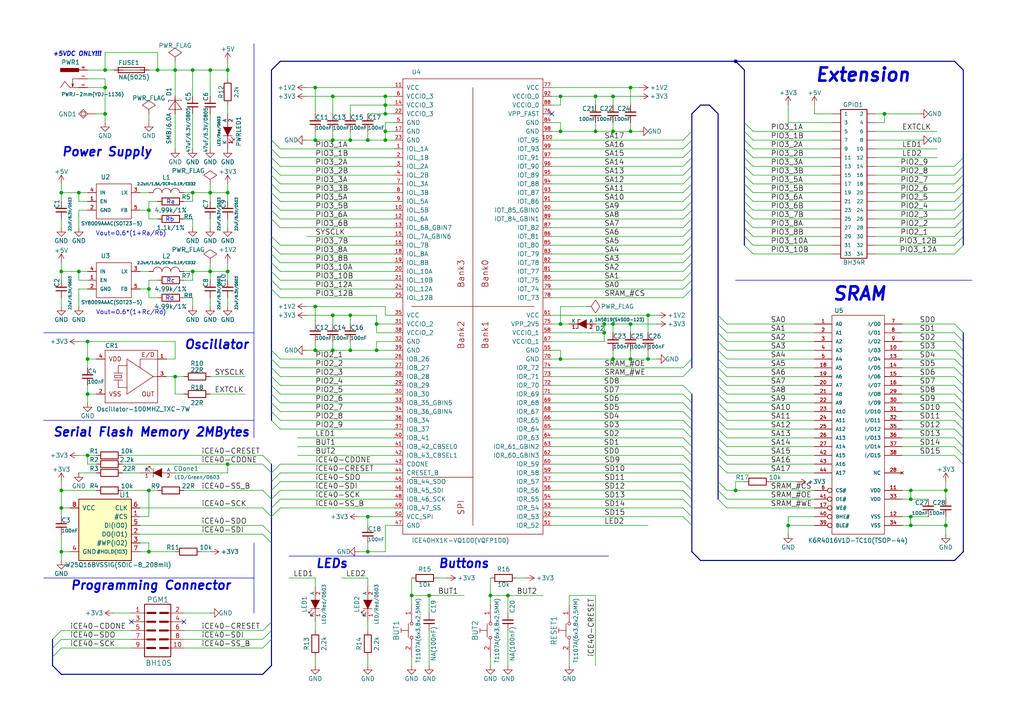
<source format=kicad_sch>
(kicad_sch (version 20230121) (generator eeschema)
  (paper "A4")
  (title_block (rev "A") (company "OLimeX LTD") (comment 1 "https://www.olimex.com/"))
  (junction (at 256.54 33.02))
  (junction (at 43.18 60.96))
  (junction (at 106.68 149.86))
  (junction (at 187.96 91.44))
  (junction (at 177.8 38.1))
  (junction (at 172.72 27.94))
  (junction (at 101.6 91.44))
  (junction (at 264.16 144.78))
  (junction (at 177.8 104.14))
  (junction (at 111.76 40.64))
  (junction (at 43.18 83.82))
  (junction (at 91.44 40.64))
  (junction (at 17.78 78.74))
  (junction (at 162.56 27.94))
  (junction (at 101.6 40.64))
  (junction (at 45.72 20.32))
  (junction (at 109.22 101.6))
  (junction (at 91.44 101.6))
  (junction (at 60.96 78.74))
  (junction (at 182.88 93.98))
  (junction (at 66.04 55.88))
  (junction (at 175.26 96.52))
  (junction (at 96.52 101.6))
  (junction (at 43.18 160.02))
  (junction (at 187.96 104.14))
  (junction (at 66.04 78.74))
  (junction (at 264.16 149.86))
  (junction (at 274.32 152.4))
  (junction (at 162.56 38.1))
  (junction (at 17.78 142.24))
  (junction (at 106.68 160.02))
  (junction (at 30.48 20.32))
  (junction (at 177.8 27.94))
  (junction (at 101.6 101.6))
  (junction (at 119.38 172.72))
  (junction (at 25.4 99.06))
  (junction (at 111.76 38.1))
  (junction (at 96.52 40.64))
  (junction (at 213.36 142.24))
  (junction (at 111.76 30.48))
  (junction (at 91.44 88.9))
  (junction (at 147.32 172.72))
  (junction (at 30.48 25.4))
  (junction (at 55.88 78.74))
  (junction (at 25.4 132.08))
  (junction (at 264.16 152.4))
  (junction (at 124.46 172.72))
  (junction (at 96.52 27.94))
  (junction (at 264.16 142.24))
  (junction (at 175.26 93.98))
  (junction (at 66.04 20.32))
  (junction (at 162.56 104.14))
  (junction (at 111.76 33.02))
  (junction (at 142.24 172.72))
  (junction (at 66.04 134.62))
  (junction (at 50.8 109.22))
  (junction (at 22.86 55.88))
  (junction (at 30.48 33.02))
  (junction (at 55.88 20.32))
  (junction (at 60.96 20.32))
  (junction (at 25.4 114.3))
  (junction (at 228.6 152.4))
  (junction (at 43.18 142.24))
  (junction (at 177.8 93.98))
  (junction (at 106.68 40.64))
  (junction (at 55.88 55.88))
  (junction (at 17.78 55.88))
  (junction (at 111.76 27.94))
  (junction (at 182.88 25.4))
  (junction (at 25.4 104.14))
  (junction (at 17.78 160.02))
  (junction (at 60.96 55.88))
  (junction (at 109.22 93.98))
  (junction (at 213.36 17.78))
  (junction (at 91.44 25.4))
  (junction (at 22.86 78.74))
  (junction (at 172.72 38.1))
  (junction (at 274.32 142.24))
  (junction (at 182.88 38.1))
  (junction (at 182.88 104.14))
  (junction (at 96.52 91.44))
  (junction (at 162.56 93.98))
  (junction (at 50.8 20.32))
  (junction (at 17.78 147.32))
  (no_connect (at 160.02 33.02))
  (no_connect (at 53.34 180.34))
  (no_connect (at 38.1 180.34))
  (bus_entry (at 78.74 101.6) (size 2.54 2.54))
  (bus_entry (at 198.12 119.38) (size 2.54 2.54))
  (bus_entry (at 198.12 124.46) (size 2.54 2.54))
  (bus_entry (at 78.74 43.18) (size 2.54 2.54))
  (bus_entry (at 78.74 106.68) (size 2.54 2.54))
  (bus_entry (at 78.74 45.72) (size 2.54 2.54))
  (bus_entry (at 17.78 182.88) (size -2.54 2.54))
  (bus_entry (at 78.74 76.2) (size 2.54 2.54))
  (bus_entry (at 81.28 139.7) (size -2.54 2.54))
  (bus_entry (at 78.74 81.28) (size 2.54 2.54))
  (bus_entry (at 198.12 134.62) (size 2.54 2.54))
  (bus_entry (at 208.28 93.98) (size 2.54 2.54))
  (bus_entry (at 208.28 142.24) (size 2.54 2.54))
  (bus_entry (at 208.28 121.92) (size 2.54 2.54))
  (bus_entry (at 208.28 116.84) (size 2.54 2.54))
  (bus_entry (at 198.12 144.78) (size 2.54 2.54))
  (bus_entry (at 208.28 111.76) (size 2.54 2.54))
  (bus_entry (at 215.9 48.26) (size 2.54 2.54))
  (bus_entry (at 200.66 71.12) (size -2.54 2.54))
  (bus_entry (at 76.2 134.62) (size 2.54 2.54))
  (bus_entry (at 200.66 66.04) (size -2.54 2.54))
  (bus_entry (at 279.4 60.96) (size -2.54 2.54))
  (bus_entry (at 200.66 58.42) (size -2.54 2.54))
  (bus_entry (at 81.28 147.32) (size -2.54 2.54))
  (bus_entry (at 198.12 132.08) (size 2.54 2.54))
  (bus_entry (at 208.28 101.6) (size 2.54 2.54))
  (bus_entry (at 276.86 104.14) (size 2.54 2.54))
  (bus_entry (at 76.2 147.32) (size 2.54 2.54))
  (bus_entry (at 200.66 48.26) (size -2.54 2.54))
  (bus_entry (at 78.74 50.8) (size 2.54 2.54))
  (bus_entry (at 78.74 83.82) (size 2.54 2.54))
  (bus_entry (at 200.66 40.64) (size -2.54 2.54))
  (bus_entry (at 78.74 109.22) (size 2.54 2.54))
  (bus_entry (at 78.74 180.34) (size -2.54 2.54))
  (bus_entry (at 276.86 99.06) (size 2.54 2.54))
  (bus_entry (at 215.9 38.1) (size 2.54 2.54))
  (bus_entry (at 200.66 78.74) (size -2.54 2.54))
  (bus_entry (at 276.86 93.98) (size 2.54 2.54))
  (bus_entry (at 215.9 68.58) (size 2.54 2.54))
  (bus_entry (at 200.66 43.18) (size -2.54 2.54))
  (bus_entry (at 200.66 38.1) (size -2.54 2.54))
  (bus_entry (at 198.12 129.54) (size 2.54 2.54))
  (bus_entry (at 200.66 53.34) (size -2.54 2.54))
  (bus_entry (at 200.66 104.14) (size -2.54 2.54))
  (bus_entry (at 198.12 137.16) (size 2.54 2.54))
  (bus_entry (at 215.9 71.12) (size 2.54 2.54))
  (bus_entry (at 276.86 124.46) (size 2.54 2.54))
  (bus_entry (at 78.74 111.76) (size 2.54 2.54))
  (bus_entry (at 208.28 132.08) (size 2.54 2.54))
  (bus_entry (at 208.28 119.38) (size 2.54 2.54))
  (bus_entry (at 215.9 60.96) (size 2.54 2.54))
  (bus_entry (at 198.12 139.7) (size 2.54 2.54))
  (bus_entry (at 81.28 134.62) (size -2.54 2.54))
  (bus_entry (at 200.66 73.66) (size -2.54 2.54))
  (bus_entry (at 78.74 40.64) (size 2.54 2.54))
  (bus_entry (at 78.74 78.74) (size 2.54 2.54))
  (bus_entry (at 76.2 152.4) (size 2.54 2.54))
  (bus_entry (at 215.9 53.34) (size 2.54 2.54))
  (bus_entry (at 215.9 40.64) (size 2.54 2.54))
  (bus_entry (at 276.86 121.92) (size 2.54 2.54))
  (bus_entry (at 78.74 60.96) (size 2.54 2.54))
  (bus_entry (at 200.66 63.5) (size -2.54 2.54))
  (bus_entry (at 76.2 132.08) (size 2.54 2.54))
  (bus_entry (at 208.28 96.52) (size 2.54 2.54))
  (bus_entry (at 78.74 185.42) (size -2.54 2.54))
  (bus_entry (at 208.28 129.54) (size 2.54 2.54))
  (bus_entry (at 276.86 127) (size 2.54 2.54))
  (bus_entry (at 208.28 144.78) (size 2.54 2.54))
  (bus_entry (at 208.28 91.44) (size 2.54 2.54))
  (bus_entry (at 200.66 76.2) (size -2.54 2.54))
  (bus_entry (at 200.66 45.72) (size -2.54 2.54))
  (bus_entry (at 78.74 68.58) (size 2.54 2.54))
  (bus_entry (at 78.74 55.88) (size 2.54 2.54))
  (bus_entry (at 279.4 63.5) (size -2.54 2.54))
  (bus_entry (at 276.86 106.68) (size 2.54 2.54))
  (bus_entry (at 78.74 116.84) (size 2.54 2.54))
  (bus_entry (at 276.86 119.38) (size 2.54 2.54))
  (bus_entry (at 208.28 109.22) (size 2.54 2.54))
  (bus_entry (at 76.2 142.24) (size 2.54 2.54))
  (bus_entry (at 276.86 109.22) (size 2.54 2.54))
  (bus_entry (at 17.78 185.42) (size -2.54 2.54))
  (bus_entry (at 215.9 45.72) (size 2.54 2.54))
  (bus_entry (at 276.86 96.52) (size 2.54 2.54))
  (bus_entry (at 200.66 50.8) (size -2.54 2.54))
  (bus_entry (at 279.4 66.04) (size -2.54 2.54))
  (bus_entry (at 200.66 106.68) (size -2.54 2.54))
  (bus_entry (at 198.12 127) (size 2.54 2.54))
  (bus_entry (at 276.86 101.6) (size 2.54 2.54))
  (bus_entry (at 208.28 99.06) (size 2.54 2.54))
  (bus_entry (at 279.4 68.58) (size -2.54 2.54))
  (bus_entry (at 279.4 50.8) (size -2.54 2.54))
  (bus_entry (at 198.12 142.24) (size 2.54 2.54))
  (bus_entry (at 215.9 50.8) (size 2.54 2.54))
  (bus_entry (at 200.66 83.82) (size -2.54 2.54))
  (bus_entry (at 78.74 73.66) (size 2.54 2.54))
  (bus_entry (at 215.9 63.5) (size 2.54 2.54))
  (bus_entry (at 78.74 71.12) (size 2.54 2.54))
  (bus_entry (at 81.28 144.78) (size -2.54 2.54))
  (bus_entry (at 78.74 114.3) (size 2.54 2.54))
  (bus_entry (at 78.74 119.38) (size 2.54 2.54))
  (bus_entry (at 81.28 137.16) (size -2.54 2.54))
  (bus_entry (at 198.12 111.76) (size 2.54 2.54))
  (bus_entry (at 215.9 66.04) (size 2.54 2.54))
  (bus_entry (at 208.28 139.7) (size 2.54 2.54))
  (bus_entry (at 279.4 45.72) (size -2.54 2.54))
  (bus_entry (at 200.66 60.96) (size -2.54 2.54))
  (bus_entry (at 200.66 68.58) (size -2.54 2.54))
  (bus_entry (at 279.4 48.26) (size -2.54 2.54))
  (bus_entry (at 279.4 58.42) (size -2.54 2.54))
  (bus_entry (at 198.12 121.92) (size 2.54 2.54))
  (bus_entry (at 198.12 149.86) (size 2.54 2.54))
  (bus_entry (at 78.74 63.5) (size 2.54 2.54))
  (bus_entry (at 78.74 182.88) (size -2.54 2.54))
  (bus_entry (at 198.12 116.84) (size 2.54 2.54))
  (bus_entry (at 276.86 114.3) (size 2.54 2.54))
  (bus_entry (at 78.74 121.92) (size 2.54 2.54))
  (bus_entry (at 198.12 147.32) (size 2.54 2.54))
  (bus_entry (at 208.28 124.46) (size 2.54 2.54))
  (bus_entry (at 215.9 58.42) (size 2.54 2.54))
  (bus_entry (at 198.12 114.3) (size 2.54 2.54))
  (bus_entry (at 279.4 71.12) (size -2.54 2.54))
  (bus_entry (at 76.2 154.94) (size 2.54 2.54))
  (bus_entry (at 78.74 104.14) (size 2.54 2.54))
  (bus_entry (at 81.28 142.24) (size -2.54 2.54))
  (bus_entry (at 279.4 55.88) (size -2.54 2.54))
  (bus_entry (at 208.28 134.62) (size 2.54 2.54))
  (bus_entry (at 200.66 55.88) (size -2.54 2.54))
  (bus_entry (at 215.9 35.56) (size 2.54 2.54))
  (bus_entry (at 276.86 129.54) (size 2.54 2.54))
  (bus_entry (at 215.9 43.18) (size 2.54 2.54))
  (bus_entry (at 208.28 106.68) (size 2.54 2.54))
  (bus_entry (at 78.74 48.26) (size 2.54 2.54))
  (bus_entry (at 276.86 111.76) (size 2.54 2.54))
  (bus_entry (at 208.28 127) (size 2.54 2.54))
  (bus_entry (at 276.86 132.08) (size 2.54 2.54))
  (bus_entry (at 279.4 53.34) (size -2.54 2.54))
  (bus_entry (at 276.86 116.84) (size 2.54 2.54))
  (bus_entry (at 200.66 81.28) (size -2.54 2.54))
  (bus_entry (at 17.78 187.96) (size -2.54 2.54))
  (bus_entry (at 78.74 53.34) (size 2.54 2.54))
  (bus_entry (at 78.74 58.42) (size 2.54 2.54))
  (bus_entry (at 208.28 114.3) (size 2.54 2.54))
  (bus_entry (at 215.9 55.88) (size 2.54 2.54))
  (bus_entry (at 208.28 104.14) (size 2.54 2.54))
  (wire (pts (xy 17.78 86.36) (xy 17.78 88.9)))
  (wire (pts (xy 187.96 104.14) (xy 190.5 104.14)))
  (bus (pts (xy 17.78 195.58) (xy 15.24 193.04)))
  (wire (pts (xy 109.22 91.44) (xy 109.22 93.98)))
  (bus (pts (xy 208.28 129.54) (xy 208.28 132.08)))
  (wire (pts (xy 114.3 78.74) (xy 81.28 78.74)))
  (bus (pts (xy 78.74 71.12) (xy 78.74 73.66)))
  (wire (pts (xy 96.52 38.1) (xy 96.52 40.64)))
  (wire (pts (xy 111.76 152.4) (xy 111.76 160.02)))
  (bus (pts (xy 78.74 180.34) (xy 78.74 182.88)))
  (wire (pts (xy 264.16 144.78) (xy 269.24 144.78)))
  (wire (pts (xy 114.3 137.16) (xy 81.28 137.16)))
  (wire (pts (xy 96.52 91.44) (xy 96.52 93.98)))
  (wire (pts (xy 172.72 30.48) (xy 172.72 27.94)))
  (bus (pts (xy 279.4 106.68) (xy 279.4 104.14)))
  (wire (pts (xy 53.34 55.88) (xy 55.88 55.88)))
  (wire (pts (xy 261.62 116.84) (xy 276.86 116.84)))
  (wire (pts (xy 198.12 127) (xy 160.02 127)))
  (bus (pts (xy 276.86 162.56) (xy 279.4 160.02)))
  (wire (pts (xy 177.8 101.6) (xy 177.8 104.14)))
  (wire (pts (xy 66.04 137.16) (xy 66.04 134.62)))
  (bus (pts (xy 78.74 45.72) (xy 78.74 48.26)))
  (wire (pts (xy 101.6 40.64) (xy 106.68 40.64)))
  (wire (pts (xy 198.12 119.38) (xy 160.02 119.38)))
  (wire (pts (xy 43.18 63.5) (xy 45.72 63.5)))
  (wire (pts (xy 60.96 20.32) (xy 66.04 20.32)))
  (wire (pts (xy 142.24 193.04) (xy 142.24 190.5)))
  (wire (pts (xy 114.3 45.72) (xy 81.28 45.72)))
  (wire (pts (xy 17.78 147.32) (xy 17.78 149.86)))
  (wire (pts (xy 91.44 167.64) (xy 83.82 167.64)))
  (wire (pts (xy 241.3 73.66) (xy 218.44 73.66)))
  (bus (pts (xy 200.66 60.96) (xy 200.66 63.5)))
  (wire (pts (xy 261.62 96.52) (xy 276.86 96.52)))
  (wire (pts (xy 101.6 30.48) (xy 111.76 30.48)))
  (wire (pts (xy 66.04 55.88) (xy 66.04 58.42)))
  (wire (pts (xy 261.62 119.38) (xy 276.86 119.38)))
  (bus (pts (xy 279.4 132.08) (xy 279.4 129.54)))
  (wire (pts (xy 96.52 27.94) (xy 111.76 27.94)))
  (bus (pts (xy 200.66 121.92) (xy 200.66 124.46)))
  (wire (pts (xy 17.78 55.88) (xy 17.78 58.42)))
  (wire (pts (xy 177.8 27.94) (xy 185.42 27.94)))
  (wire (pts (xy 91.44 88.9) (xy 91.44 93.98)))
  (bus (pts (xy 78.74 154.94) (xy 78.74 157.48)))
  (wire (pts (xy 198.12 114.3) (xy 160.02 114.3)))
  (bus (pts (xy 279.4 127) (xy 279.4 124.46)))
  (bus (pts (xy 279.4 114.3) (xy 279.4 111.76)))
  (bus (pts (xy 200.66 76.2) (xy 200.66 78.74)))
  (wire (pts (xy 231.14 139.7) (xy 223.52 139.7)))
  (bus (pts (xy 200.66 119.38) (xy 200.66 121.92)))
  (wire (pts (xy 261.62 106.68) (xy 276.86 106.68)))
  (wire (pts (xy 114.3 50.8) (xy 81.28 50.8)))
  (wire (pts (xy 88.9 101.6) (xy 91.44 101.6)))
  (wire (pts (xy 114.3 35.56) (xy 111.76 35.56)))
  (wire (pts (xy 43.18 81.28) (xy 43.18 83.82)))
  (wire (pts (xy 198.12 132.08) (xy 160.02 132.08)))
  (wire (pts (xy 271.78 45.72) (xy 254 45.72)))
  (wire (pts (xy 22.86 132.08) (xy 25.4 132.08)))
  (bus (pts (xy 200.66 55.88) (xy 200.66 58.42)))
  (bus (pts (xy 215.9 53.34) (xy 215.9 55.88)))
  (wire (pts (xy 50.8 137.16) (xy 66.04 137.16)))
  (wire (pts (xy 22.86 58.42) (xy 22.86 55.88)))
  (wire (pts (xy 198.12 109.22) (xy 160.02 109.22)))
  (bus (pts (xy 279.4 53.34) (xy 279.4 55.88)))
  (bus (pts (xy 200.66 58.42) (xy 200.66 60.96)))
  (wire (pts (xy 40.64 78.74) (xy 43.18 78.74)))
  (wire (pts (xy 254 53.34) (xy 276.86 53.34)))
  (wire (pts (xy 50.8 104.14) (xy 48.26 104.14)))
  (bus (pts (xy 200.66 81.28) (xy 200.66 83.82)))
  (wire (pts (xy 236.22 96.52) (xy 210.82 96.52)))
  (wire (pts (xy 91.44 40.64) (xy 96.52 40.64)))
  (bus (pts (xy 200.66 78.74) (xy 200.66 81.28)))
  (bus (pts (xy 78.74 43.18) (xy 78.74 45.72)))
  (bus (pts (xy 200.66 132.08) (xy 200.66 134.62)))
  (wire (pts (xy 236.22 144.78) (xy 210.82 144.78)))
  (wire (pts (xy 236.22 149.86) (xy 228.6 149.86)))
  (wire (pts (xy 254 66.04) (xy 276.86 66.04)))
  (bus (pts (xy 81.28 17.78) (xy 78.74 20.32)))
  (wire (pts (xy 114.3 134.62) (xy 81.28 134.62)))
  (wire (pts (xy 60.96 20.32) (xy 60.96 27.94)))
  (wire (pts (xy 109.22 93.98) (xy 109.22 96.52)))
  (wire (pts (xy 50.8 109.22) (xy 53.34 109.22)))
  (bus (pts (xy 78.74 116.84) (xy 78.74 119.38)))
  (wire (pts (xy 109.22 101.6) (xy 114.3 101.6)))
  (wire (pts (xy 198.12 76.2) (xy 160.02 76.2)))
  (wire (pts (xy 43.18 60.96) (xy 40.64 60.96)))
  (wire (pts (xy 25.4 60.96) (xy 22.86 60.96)))
  (wire (pts (xy 264.16 142.24) (xy 274.32 142.24)))
  (bus (pts (xy 208.28 132.08) (xy 208.28 134.62)))
  (bus (pts (xy 200.66 160.02) (xy 203.2 162.56)))
  (wire (pts (xy 109.22 99.06) (xy 109.22 101.6)))
  (wire (pts (xy 177.8 35.56) (xy 177.8 38.1)))
  (wire (pts (xy 111.76 91.44) (xy 111.76 88.9)))
  (wire (pts (xy 236.22 127) (xy 210.82 127)))
  (wire (pts (xy 182.88 93.98) (xy 190.5 93.98)))
  (wire (pts (xy 254 40.64) (xy 266.7 40.64)))
  (bus (pts (xy 78.74 73.66) (xy 78.74 76.2)))
  (wire (pts (xy 162.56 27.94) (xy 172.72 27.94)))
  (wire (pts (xy 147.32 193.04) (xy 147.32 182.88)))
  (wire (pts (xy 60.96 88.9) (xy 60.96 86.36)))
  (wire (pts (xy 60.96 43.18) (xy 60.96 33.02)))
  (bus (pts (xy 78.74 157.48) (xy 78.74 180.34)))
  (wire (pts (xy 45.72 58.42) (xy 43.18 58.42)))
  (bus (pts (xy 200.66 142.24) (xy 200.66 144.78)))
  (wire (pts (xy 160.02 38.1) (xy 162.56 38.1)))
  (wire (pts (xy 17.78 53.34) (xy 17.78 55.88)))
  (bus (pts (xy 203.2 162.56) (xy 276.86 162.56)))
  (wire (pts (xy 160.02 139.7) (xy 198.12 139.7)))
  (bus (pts (xy 215.9 55.88) (xy 215.9 58.42)))
  (wire (pts (xy 60.96 160.02) (xy 58.42 160.02)))
  (wire (pts (xy 119.38 193.04) (xy 119.38 190.5)))
  (bus (pts (xy 200.66 68.58) (xy 200.66 71.12)))
  (wire (pts (xy 160.02 149.86) (xy 198.12 149.86)))
  (wire (pts (xy 274.32 142.24) (xy 274.32 144.78)))
  (bus (pts (xy 279.4 119.38) (xy 279.4 116.84)))
  (wire (pts (xy 101.6 30.48) (xy 101.6 33.02)))
  (wire (pts (xy 271.78 43.18) (xy 254 43.18)))
  (wire (pts (xy 274.32 149.86) (xy 274.32 152.4)))
  (wire (pts (xy 109.22 99.06) (xy 114.3 99.06)))
  (wire (pts (xy 43.18 20.32) (xy 45.72 20.32)))
  (bus (pts (xy 208.28 119.38) (xy 208.28 121.92)))
  (wire (pts (xy 261.62 149.86) (xy 264.16 149.86)))
  (wire (pts (xy 43.18 83.82) (xy 40.64 83.82)))
  (wire (pts (xy 114.3 43.18) (xy 81.28 43.18)))
  (wire (pts (xy 175.26 93.98) (xy 177.8 93.98)))
  (wire (pts (xy 96.52 99.06) (xy 96.52 101.6)))
  (wire (pts (xy 101.6 38.1) (xy 101.6 40.64)))
  (wire (pts (xy 53.34 78.74) (xy 55.88 78.74)))
  (wire (pts (xy 106.68 152.4) (xy 106.68 149.86)))
  (wire (pts (xy 96.52 40.64) (xy 101.6 40.64)))
  (wire (pts (xy 119.38 172.72) (xy 119.38 175.26)))
  (wire (pts (xy 114.3 48.26) (xy 81.28 48.26)))
  (wire (pts (xy 17.78 142.24) (xy 17.78 147.32)))
  (wire (pts (xy 55.88 20.32) (xy 60.96 20.32)))
  (bus (pts (xy 279.4 109.22) (xy 279.4 106.68)))
  (wire (pts (xy 17.78 55.88) (xy 22.86 55.88)))
  (bus (pts (xy 215.9 60.96) (xy 215.9 63.5)))
  (wire (pts (xy 106.68 193.04) (xy 106.68 190.5)))
  (wire (pts (xy 264.16 144.78) (xy 264.16 142.24)))
  (bus (pts (xy 208.28 99.06) (xy 208.28 101.6)))
  (bus (pts (xy 200.66 40.64) (xy 200.66 43.18)))
  (wire (pts (xy 114.3 114.3) (xy 81.28 114.3)))
  (bus (pts (xy 215.9 66.04) (xy 215.9 68.58)))
  (bus (pts (xy 15.24 193.04) (xy 15.24 190.5)))
  (wire (pts (xy 261.62 101.6) (xy 276.86 101.6)))
  (wire (pts (xy 160.02 93.98) (xy 162.56 93.98)))
  (bus (pts (xy 81.28 17.78) (xy 213.36 17.78)))
  (wire (pts (xy 25.4 58.42) (xy 22.86 58.42)))
  (bus (pts (xy 215.9 63.5) (xy 215.9 66.04)))
  (wire (pts (xy 111.76 35.56) (xy 111.76 38.1)))
  (wire (pts (xy 177.8 104.14) (xy 182.88 104.14)))
  (wire (pts (xy 241.3 43.18) (xy 218.44 43.18)))
  (wire (pts (xy 261.62 114.3) (xy 276.86 114.3)))
  (wire (pts (xy 25.4 134.62) (xy 25.4 132.08)))
  (wire (pts (xy 106.68 38.1) (xy 106.68 40.64)))
  (wire (pts (xy 119.38 167.64) (xy 119.38 172.72)))
  (wire (pts (xy 241.3 45.72) (xy 218.44 45.72)))
  (wire (pts (xy 45.72 20.32) (xy 50.8 20.32)))
  (wire (pts (xy 43.18 149.86) (xy 43.18 142.24)))
  (bus (pts (xy 78.74 114.3) (xy 78.74 116.84)))
  (bus (pts (xy 208.28 124.46) (xy 208.28 127)))
  (wire (pts (xy 198.12 45.72) (xy 160.02 45.72)))
  (wire (pts (xy 25.4 25.4) (xy 30.48 25.4)))
  (wire (pts (xy 60.96 55.88) (xy 66.04 55.88)))
  (bus (pts (xy 208.28 106.68) (xy 208.28 109.22)))
  (bus (pts (xy 279.4 68.58) (xy 279.4 71.12)))
  (bus (pts (xy 215.9 58.42) (xy 215.9 60.96)))
  (wire (pts (xy 43.18 157.48) (xy 43.18 160.02)))
  (wire (pts (xy 236.22 99.06) (xy 210.82 99.06)))
  (bus (pts (xy 208.28 93.98) (xy 208.28 96.52)))
  (wire (pts (xy 38.1 177.8) (xy 33.02 177.8)))
  (wire (pts (xy 175.26 96.52) (xy 175.26 99.06)))
  (bus (pts (xy 200.66 83.82) (xy 200.66 104.14)))
  (wire (pts (xy 25.4 132.08) (xy 27.94 132.08)))
  (wire (pts (xy 147.32 172.72) (xy 147.32 177.8)))
  (wire (pts (xy 88.9 68.58) (xy 114.3 68.58)))
  (wire (pts (xy 66.04 134.62) (xy 76.2 134.62)))
  (wire (pts (xy 114.3 111.76) (xy 81.28 111.76)))
  (bus (pts (xy 279.4 134.62) (xy 279.4 132.08)))
  (wire (pts (xy 236.22 106.68) (xy 210.82 106.68)))
  (wire (pts (xy 22.86 83.82) (xy 22.86 88.9)))
  (wire (pts (xy 66.04 78.74) (xy 66.04 81.28)))
  (wire (pts (xy 114.3 147.32) (xy 81.28 147.32)))
  (wire (pts (xy 198.12 78.74) (xy 160.02 78.74)))
  (polyline (pts (xy 83.82 161.29) (xy 176.53 161.29)))
  (bus (pts (xy 279.4 129.54) (xy 279.4 127)))
  (bus (pts (xy 215.9 68.58) (xy 215.9 71.12)))
  (bus (pts (xy 200.66 48.26) (xy 200.66 50.8)))
  (wire (pts (xy 30.48 33.02) (xy 30.48 35.56)))
  (wire (pts (xy 114.3 38.1) (xy 111.76 38.1)))
  (wire (pts (xy 254 73.66) (xy 276.86 73.66)))
  (bus (pts (xy 78.74 139.7) (xy 78.74 142.24)))
  (wire (pts (xy 109.22 96.52) (xy 114.3 96.52)))
  (wire (pts (xy 53.34 177.8) (xy 60.96 177.8)))
  (wire (pts (xy 91.44 180.34) (xy 91.44 182.88)))
  (wire (pts (xy 114.3 73.66) (xy 81.28 73.66)))
  (bus (pts (xy 208.28 139.7) (xy 208.28 142.24)))
  (bus (pts (xy 200.66 38.1) (xy 200.66 40.64)))
  (wire (pts (xy 55.88 63.5) (xy 55.88 66.04)))
  (wire (pts (xy 236.22 111.76) (xy 210.82 111.76)))
  (wire (pts (xy 236.22 114.3) (xy 210.82 114.3)))
  (bus (pts (xy 279.4 111.76) (xy 279.4 109.22)))
  (wire (pts (xy 91.44 101.6) (xy 96.52 101.6)))
  (bus (pts (xy 279.4 58.42) (xy 279.4 60.96)))
  (bus (pts (xy 279.4 160.02) (xy 279.4 134.62)))
  (wire (pts (xy 241.3 40.64) (xy 218.44 40.64)))
  (bus (pts (xy 205.74 30.48) (xy 203.2 30.48)))
  (wire (pts (xy 66.04 30.48) (xy 66.04 33.02)))
  (wire (pts (xy 165.1 193.04) (xy 165.1 190.5)))
  (wire (pts (xy 261.62 104.14) (xy 276.86 104.14)))
  (wire (pts (xy 261.62 152.4) (xy 264.16 152.4)))
  (wire (pts (xy 88.9 40.64) (xy 91.44 40.64)))
  (wire (pts (xy 96.52 101.6) (xy 101.6 101.6)))
  (wire (pts (xy 60.96 78.74) (xy 66.04 78.74)))
  (wire (pts (xy 198.12 50.8) (xy 160.02 50.8)))
  (wire (pts (xy 106.68 160.02) (xy 111.76 160.02)))
  (bus (pts (xy 15.24 187.96) (xy 15.24 185.42)))
  (wire (pts (xy 17.78 182.88) (xy 38.1 182.88)))
  (wire (pts (xy 162.56 101.6) (xy 160.02 101.6)))
  (bus (pts (xy 208.28 91.44) (xy 208.28 93.98)))
  (wire (pts (xy 114.3 86.36) (xy 81.28 86.36)))
  (wire (pts (xy 88.9 91.44) (xy 96.52 91.44)))
  (wire (pts (xy 114.3 104.14) (xy 81.28 104.14)))
  (wire (pts (xy 25.4 20.32) (xy 30.48 20.32)))
  (bus (pts (xy 200.66 139.7) (xy 200.66 142.24)))
  (wire (pts (xy 198.12 58.42) (xy 160.02 58.42)))
  (wire (pts (xy 254 50.8) (xy 276.86 50.8)))
  (wire (pts (xy 261.62 142.24) (xy 264.16 142.24)))
  (bus (pts (xy 200.66 149.86) (xy 200.66 152.4)))
  (bus (pts (xy 279.4 99.06) (xy 279.4 96.52)))
  (wire (pts (xy 241.3 55.88) (xy 218.44 55.88)))
  (bus (pts (xy 200.66 104.14) (xy 200.66 106.68)))
  (wire (pts (xy 101.6 93.98) (xy 101.6 91.44)))
  (wire (pts (xy 91.44 88.9) (xy 111.76 88.9)))
  (wire (pts (xy 198.12 121.92) (xy 160.02 121.92)))
  (wire (pts (xy 198.12 129.54) (xy 160.02 129.54)))
  (bus (pts (xy 279.4 104.14) (xy 279.4 101.6)))
  (bus (pts (xy 200.66 116.84) (xy 200.66 119.38)))
  (wire (pts (xy 198.12 73.66) (xy 160.02 73.66)))
  (wire (pts (xy 60.96 114.3) (xy 71.12 114.3)))
  (bus (pts (xy 279.4 48.26) (xy 279.4 50.8)))
  (wire (pts (xy 160.02 144.78) (xy 198.12 144.78)))
  (wire (pts (xy 38.1 187.96) (xy 17.78 187.96)))
  (bus (pts (xy 215.9 43.18) (xy 215.9 45.72)))
  (wire (pts (xy 17.78 78.74) (xy 17.78 81.28)))
  (wire (pts (xy 114.3 81.28) (xy 81.28 81.28)))
  (wire (pts (xy 160.02 137.16) (xy 198.12 137.16)))
  (bus (pts (xy 213.36 17.78) (xy 276.86 17.78)))
  (wire (pts (xy 198.12 55.88) (xy 160.02 55.88)))
  (bus (pts (xy 208.28 104.14) (xy 208.28 106.68)))
  (wire (pts (xy 241.3 53.34) (xy 218.44 53.34)))
  (bus (pts (xy 200.66 71.12) (xy 200.66 73.66)))
  (bus (pts (xy 215.9 20.32) (xy 215.9 35.56)))
  (bus (pts (xy 279.4 50.8) (xy 279.4 53.34)))
  (polyline (pts (xy 281.94 81.28) (xy 213.36 81.28)))
  (wire (pts (xy 114.3 71.12) (xy 81.28 71.12)))
  (wire (pts (xy 50.8 99.06) (xy 50.8 104.14)))
  (bus (pts (xy 200.66 134.62) (xy 200.66 137.16)))
  (wire (pts (xy 264.16 152.4) (xy 274.32 152.4)))
  (wire (pts (xy 160.02 91.44) (xy 187.96 91.44)))
  (wire (pts (xy 198.12 63.5) (xy 160.02 63.5)))
  (wire (pts (xy 114.3 139.7) (xy 81.28 139.7)))
  (wire (pts (xy 50.8 109.22) (xy 50.8 114.3)))
  (wire (pts (xy 55.88 78.74) (xy 60.96 78.74)))
  (wire (pts (xy 109.22 93.98) (xy 114.3 93.98)))
  (wire (pts (xy 60.96 66.04) (xy 60.96 63.5)))
  (bus (pts (xy 279.4 66.04) (xy 279.4 68.58)))
  (wire (pts (xy 254 35.56) (xy 256.54 35.56)))
  (wire (pts (xy 91.44 170.18) (xy 91.44 167.64)))
  (bus (pts (xy 200.66 63.5) (xy 200.66 66.04)))
  (wire (pts (xy 76.2 154.94) (xy 40.64 154.94)))
  (wire (pts (xy 198.12 60.96) (xy 160.02 60.96)))
  (wire (pts (xy 25.4 114.3) (xy 25.4 116.84)))
  (wire (pts (xy 25.4 99.06) (xy 25.4 104.14)))
  (wire (pts (xy 215.9 139.7) (xy 213.36 139.7)))
  (polyline (pts (xy 12.7 121.92) (xy 73.66 121.92)))
  (wire (pts (xy 20.32 160.02) (xy 17.78 160.02)))
  (wire (pts (xy 172.72 93.98) (xy 175.26 93.98)))
  (wire (pts (xy 236.22 119.38) (xy 210.82 119.38)))
  (bus (pts (xy 215.9 48.26) (xy 215.9 50.8)))
  (bus (pts (xy 279.4 101.6) (xy 279.4 99.06)))
  (wire (pts (xy 236.22 137.16) (xy 210.82 137.16)))
  (wire (pts (xy 55.88 43.18) (xy 55.88 33.02)))
  (bus (pts (xy 279.4 121.92) (xy 279.4 119.38)))
  (bus (pts (xy 276.86 17.78) (xy 279.4 20.32)))
  (wire (pts (xy 198.12 43.18) (xy 160.02 43.18)))
  (bus (pts (xy 200.66 73.66) (xy 200.66 76.2)))
  (bus (pts (xy 208.28 96.52) (xy 208.28 99.06)))
  (wire (pts (xy 17.78 76.2) (xy 17.78 78.74)))
  (bus (pts (xy 78.74 111.76) (xy 78.74 114.3)))
  (wire (pts (xy 177.8 93.98) (xy 182.88 93.98)))
  (wire (pts (xy 96.52 27.94) (xy 96.52 33.02)))
  (wire (pts (xy 236.22 132.08) (xy 210.82 132.08)))
  (wire (pts (xy 241.3 48.26) (xy 218.44 48.26)))
  (wire (pts (xy 76.2 132.08) (xy 35.56 132.08)))
  (wire (pts (xy 60.96 55.88) (xy 60.96 58.42)))
  (bus (pts (xy 78.74 78.74) (xy 78.74 81.28)))
  (wire (pts (xy 162.56 88.9) (xy 162.56 93.98)))
  (bus (pts (xy 200.66 50.8) (xy 200.66 53.34)))
  (bus (pts (xy 78.74 53.34) (xy 78.74 55.88)))
  (wire (pts (xy 86.36 132.08) (xy 114.3 132.08)))
  (wire (pts (xy 124.46 172.72) (xy 134.62 172.72)))
  (bus (pts (xy 78.74 40.64) (xy 78.74 43.18)))
  (polyline (pts (xy 73.66 96.52) (xy 12.7 96.52)))
  (wire (pts (xy 198.12 124.46) (xy 160.02 124.46)))
  (wire (pts (xy 22.86 55.88) (xy 25.4 55.88)))
  (wire (pts (xy 17.78 154.94) (xy 17.78 160.02)))
  (bus (pts (xy 78.74 76.2) (xy 78.74 78.74)))
  (bus (pts (xy 15.24 190.5) (xy 15.24 187.96)))
  (wire (pts (xy 114.3 116.84) (xy 81.28 116.84)))
  (bus (pts (xy 200.66 127) (xy 200.66 129.54)))
  (wire (pts (xy 114.3 106.68) (xy 81.28 106.68)))
  (bus (pts (xy 78.74 193.04) (xy 76.2 195.58)))
  (wire (pts (xy 198.12 48.26) (xy 160.02 48.26)))
  (wire (pts (xy 114.3 63.5) (xy 81.28 63.5)))
  (wire (pts (xy 160.02 104.14) (xy 162.56 104.14)))
  (bus (pts (xy 279.4 45.72) (xy 279.4 48.26)))
  (wire (pts (xy 60.96 78.74) (xy 60.96 81.28)))
  (wire (pts (xy 236.22 116.84) (xy 210.82 116.84)))
  (wire (pts (xy 35.56 134.62) (xy 66.04 134.62)))
  (wire (pts (xy 55.88 55.88) (xy 60.96 55.88)))
  (bus (pts (xy 200.66 129.54) (xy 200.66 132.08)))
  (wire (pts (xy 43.18 160.02) (xy 50.8 160.02)))
  (wire (pts (xy 76.2 185.42) (xy 53.34 185.42)))
  (wire (pts (xy 86.36 129.54) (xy 114.3 129.54)))
  (wire (pts (xy 254 33.02) (xy 256.54 33.02)))
  (wire (pts (xy 198.12 111.76) (xy 160.02 111.76)))
  (wire (pts (xy 187.96 91.44) (xy 190.5 91.44)))
  (wire (pts (xy 53.34 86.36) (xy 55.88 86.36)))
  (bus (pts (xy 78.74 134.62) (xy 78.74 137.16)))
  (wire (pts (xy 27.94 114.3) (xy 25.4 114.3)))
  (wire (pts (xy 175.26 96.52) (xy 160.02 96.52)))
  (wire (pts (xy 177.8 27.94) (xy 177.8 30.48)))
  (wire (pts (xy 165.1 172.72) (xy 172.72 172.72)))
  (wire (pts (xy 101.6 91.44) (xy 109.22 91.44)))
  (wire (pts (xy 55.88 58.42) (xy 53.34 58.42)))
  (bus (pts (xy 78.74 144.78) (xy 78.74 147.32)))
  (wire (pts (xy 256.54 35.56) (xy 256.54 33.02)))
  (bus (pts (xy 215.9 38.1) (xy 215.9 40.64)))
  (wire (pts (xy 50.8 43.18) (xy 50.8 33.02)))
  (wire (pts (xy 114.3 119.38) (xy 81.28 119.38)))
  (wire (pts (xy 22.86 81.28) (xy 22.86 78.74)))
  (wire (pts (xy 43.18 60.96) (xy 43.18 63.5)))
  (wire (pts (xy 177.8 38.1) (xy 182.88 38.1)))
  (wire (pts (xy 40.64 55.88) (xy 43.18 55.88)))
  (bus (pts (xy 200.66 147.32) (xy 200.66 149.86)))
  (wire (pts (xy 40.64 137.16) (xy 35.56 137.16)))
  (wire (pts (xy 48.26 109.22) (xy 50.8 109.22)))
  (wire (pts (xy 114.3 66.04) (xy 81.28 66.04)))
  (wire (pts (xy 182.88 25.4) (xy 182.88 30.48)))
  (wire (pts (xy 254 55.88) (xy 276.86 55.88)))
  (bus (pts (xy 78.74 48.26) (xy 78.74 50.8)))
  (wire (pts (xy 198.12 106.68) (xy 160.02 106.68)))
  (bus (pts (xy 200.66 144.78) (xy 200.66 147.32)))
  (wire (pts (xy 274.32 139.7) (xy 274.32 142.24)))
  (wire (pts (xy 55.88 81.28) (xy 53.34 81.28)))
  (wire (pts (xy 119.38 172.72) (xy 124.46 172.72)))
  (wire (pts (xy 187.96 101.6) (xy 187.96 104.14)))
  (wire (pts (xy 254 60.96) (xy 276.86 60.96)))
  (bus (pts (xy 200.66 152.4) (xy 200.66 160.02)))
  (wire (pts (xy 241.3 35.56) (xy 228.6 35.56)))
  (wire (pts (xy 170.18 88.9) (xy 162.56 88.9)))
  (bus (pts (xy 208.28 134.62) (xy 208.28 139.7)))
  (wire (pts (xy 101.6 101.6) (xy 109.22 101.6)))
  (wire (pts (xy 254 68.58) (xy 276.86 68.58)))
  (wire (pts (xy 236.22 109.22) (xy 210.82 109.22)))
  (wire (pts (xy 55.88 86.36) (xy 55.88 88.9)))
  (wire (pts (xy 152.4 167.64) (xy 149.86 167.64)))
  (bus (pts (xy 208.28 33.02) (xy 205.74 30.48)))
  (wire (pts (xy 114.3 144.78) (xy 81.28 144.78)))
  (wire (pts (xy 236.22 134.62) (xy 210.82 134.62)))
  (bus (pts (xy 279.4 55.88) (xy 279.4 58.42)))
  (wire (pts (xy 114.3 124.46) (xy 81.28 124.46)))
  (wire (pts (xy 160.02 142.24) (xy 198.12 142.24)))
  (bus (pts (xy 78.74 60.96) (xy 78.74 63.5)))
  (wire (pts (xy 60.96 76.2) (xy 60.96 78.74)))
  (wire (pts (xy 25.4 22.86) (xy 30.48 22.86)))
  (wire (pts (xy 175.26 93.98) (xy 175.26 96.52)))
  (bus (pts (xy 208.28 114.3) (xy 208.28 116.84)))
  (wire (pts (xy 182.88 104.14) (xy 187.96 104.14)))
  (wire (pts (xy 162.56 101.6) (xy 162.56 104.14)))
  (wire (pts (xy 106.68 33.02) (xy 111.76 33.02)))
  (bus (pts (xy 208.28 33.02) (xy 208.28 91.44)))
  (wire (pts (xy 106.68 180.34) (xy 106.68 182.88)))
  (wire (pts (xy 175.26 99.06) (xy 160.02 99.06)))
  (wire (pts (xy 43.18 142.24) (xy 45.72 142.24)))
  (wire (pts (xy 213.36 142.24) (xy 236.22 142.24)))
  (wire (pts (xy 236.22 93.98) (xy 210.82 93.98)))
  (wire (pts (xy 22.86 60.96) (xy 22.86 66.04)))
  (wire (pts (xy 106.68 40.64) (xy 111.76 40.64)))
  (wire (pts (xy 55.88 78.74) (xy 55.88 81.28)))
  (bus (pts (xy 200.66 53.34) (xy 200.66 55.88)))
  (wire (pts (xy 261.62 129.54) (xy 276.86 129.54)))
  (wire (pts (xy 254 63.5) (xy 276.86 63.5)))
  (bus (pts (xy 78.74 68.58) (xy 78.74 71.12)))
  (wire (pts (xy 271.78 38.1) (xy 254 38.1)))
  (wire (pts (xy 182.88 25.4) (xy 185.42 25.4)))
  (wire (pts (xy 25.4 111.76) (xy 25.4 114.3)))
  (wire (pts (xy 254 71.12) (xy 276.86 71.12)))
  (bus (pts (xy 78.74 106.68) (xy 78.74 109.22)))
  (wire (pts (xy 91.44 25.4) (xy 114.3 25.4)))
  (wire (pts (xy 198.12 83.82) (xy 160.02 83.82)))
  (bus (pts (xy 215.9 45.72) (xy 215.9 48.26)))
  (wire (pts (xy 241.3 71.12) (xy 218.44 71.12)))
  (wire (pts (xy 187.96 91.44) (xy 187.96 96.52)))
  (wire (pts (xy 198.12 68.58) (xy 160.02 68.58)))
  (wire (pts (xy 261.62 127) (xy 276.86 127)))
  (wire (pts (xy 172.72 172.72) (xy 172.72 193.04)))
  (bus (pts (xy 200.66 43.18) (xy 200.66 45.72)))
  (wire (pts (xy 106.68 149.86) (xy 114.3 149.86)))
  (wire (pts (xy 111.76 38.1) (xy 111.76 40.64)))
  (wire (pts (xy 162.56 38.1) (xy 172.72 38.1)))
  (wire (pts (xy 165.1 172.72) (xy 165.1 175.26)))
  (wire (pts (xy 198.12 53.34) (xy 160.02 53.34)))
  (wire (pts (xy 45.72 15.24) (xy 45.72 20.32)))
  (bus (pts (xy 279.4 20.32) (xy 279.4 45.72)))
  (bus (pts (xy 215.9 20.32) (xy 213.36 17.78)))
  (bus (pts (xy 78.74 101.6) (xy 78.74 104.14)))
  (bus (pts (xy 78.74 50.8) (xy 78.74 53.34)))
  (wire (pts (xy 160.02 27.94) (xy 162.56 27.94)))
  (bus (pts (xy 78.74 63.5) (xy 78.74 68.58)))
  (wire (pts (xy 236.22 152.4) (xy 228.6 152.4)))
  (wire (pts (xy 104.14 149.86) (xy 106.68 149.86)))
  (wire (pts (xy 198.12 71.12) (xy 160.02 71.12)))
  (wire (pts (xy 27.94 33.02) (xy 30.48 33.02)))
  (wire (pts (xy 114.3 76.2) (xy 81.28 76.2)))
  (wire (pts (xy 114.3 109.22) (xy 81.28 109.22)))
  (wire (pts (xy 114.3 121.92) (xy 81.28 121.92)))
  (wire (pts (xy 241.3 60.96) (xy 218.44 60.96)))
  (wire (pts (xy 25.4 99.06) (xy 50.8 99.06)))
  (wire (pts (xy 261.62 99.06) (xy 276.86 99.06)))
  (wire (pts (xy 114.3 152.4) (xy 111.76 152.4)))
  (wire (pts (xy 30.48 15.24) (xy 30.48 20.32)))
  (bus (pts (xy 215.9 40.64) (xy 215.9 43.18)))
  (bus (pts (xy 208.28 127) (xy 208.28 129.54)))
  (wire (pts (xy 182.88 38.1) (xy 185.42 38.1)))
  (bus (pts (xy 78.74 137.16) (xy 78.74 139.7)))
  (bus (pts (xy 203.2 30.48) (xy 200.66 33.02)))
  (bus (pts (xy 78.74 55.88) (xy 78.74 58.42)))
  (wire (pts (xy 30.48 15.24) (xy 45.72 15.24)))
  (wire (pts (xy 25.4 104.14) (xy 25.4 106.68)))
  (wire (pts (xy 30.48 25.4) (xy 30.48 33.02)))
  (bus (pts (xy 200.66 33.02) (xy 200.66 38.1)))
  (bus (pts (xy 78.74 149.86) (xy 78.74 154.94)))
  (bus (pts (xy 208.28 109.22) (xy 208.28 111.76)))
  (wire (pts (xy 43.18 35.56) (xy 43.18 33.02)))
  (bus (pts (xy 200.66 66.04) (xy 200.66 68.58)))
  (bus (pts (xy 208.28 142.24) (xy 208.28 144.78)))
  (wire (pts (xy 27.94 134.62) (xy 25.4 134.62)))
  (wire (pts (xy 106.68 157.48) (xy 106.68 160.02)))
  (bus (pts (xy 208.28 111.76) (xy 208.28 114.3)))
  (bus (pts (xy 78.74 81.28) (xy 78.74 83.82)))
  (wire (pts (xy 261.62 132.08) (xy 276.86 132.08)))
  (wire (pts (xy 162.56 35.56) (xy 160.02 35.56)))
  (wire (pts (xy 17.78 63.5) (xy 17.78 66.04)))
  (wire (pts (xy 160.02 86.36) (xy 198.12 86.36)))
  (wire (pts (xy 76.2 147.32) (xy 40.64 147.32)))
  (wire (pts (xy 114.3 91.44) (xy 111.76 91.44)))
  (bus (pts (xy 78.74 142.24) (xy 78.74 144.78)))
  (wire (pts (xy 182.88 35.56) (xy 182.88 38.1)))
  (wire (pts (xy 241.3 33.02) (xy 236.22 33.02)))
  (wire (pts (xy 162.56 35.56) (xy 162.56 38.1)))
  (wire (pts (xy 213.36 139.7) (xy 213.36 142.24)))
  (wire (pts (xy 198.12 81.28) (xy 160.02 81.28)))
  (wire (pts (xy 111.76 27.94) (xy 114.3 27.94)))
  (wire (pts (xy 88.9 88.9) (xy 91.44 88.9)))
  (wire (pts (xy 114.3 55.88) (xy 81.28 55.88)))
  (bus (pts (xy 78.74 119.38) (xy 78.74 121.92)))
  (wire (pts (xy 261.62 144.78) (xy 264.16 144.78)))
  (bus (pts (xy 200.66 137.16) (xy 200.66 139.7)))
  (wire (pts (xy 106.68 167.64) (xy 99.06 167.64)))
  (polyline (pts (xy 73.66 167.64) (xy 12.7 167.64)))
  (bus (pts (xy 78.74 104.14) (xy 78.74 106.68)))
  (wire (pts (xy 35.56 142.24) (xy 43.18 142.24)))
  (wire (pts (xy 114.3 58.42) (xy 81.28 58.42)))
  (wire (pts (xy 241.3 66.04) (xy 218.44 66.04)))
  (wire (pts (xy 228.6 152.4) (xy 228.6 154.94)))
  (wire (pts (xy 236.22 129.54) (xy 210.82 129.54)))
  (wire (pts (xy 17.78 160.02) (xy 17.78 162.56)))
  (wire (pts (xy 50.8 114.3) (xy 53.34 114.3)))
  (bus (pts (xy 78.74 109.22) (xy 78.74 111.76)))
  (wire (pts (xy 261.62 111.76) (xy 276.86 111.76)))
  (wire (pts (xy 236.22 121.92) (xy 210.82 121.92)))
  (wire (pts (xy 88.9 27.94) (xy 96.52 27.94)))
  (bus (pts (xy 200.66 45.72) (xy 200.66 48.26)))
  (wire (pts (xy 53.34 63.5) (xy 55.88 63.5)))
  (wire (pts (xy 25.4 83.82) (xy 22.86 83.82)))
  (bus (pts (xy 78.74 20.32) (xy 78.74 40.64)))
  (wire (pts (xy 43.18 58.42) (xy 43.18 60.96)))
  (bus (pts (xy 279.4 63.5) (xy 279.4 66.04)))
  (wire (pts (xy 27.94 142.24) (xy 17.78 142.24)))
  (wire (pts (xy 38.1 185.42) (xy 17.78 185.42)))
  (wire (pts (xy 66.04 88.9) (xy 66.04 86.36)))
  (wire (pts (xy 60.96 53.34) (xy 60.96 55.88)))
  (bus (pts (xy 76.2 195.58) (xy 17.78 195.58)))
  (wire (pts (xy 106.68 170.18) (xy 106.68 167.64)))
  (wire (pts (xy 210.82 142.24) (xy 213.36 142.24)))
  (wire (pts (xy 241.3 63.5) (xy 218.44 63.5)))
  (wire (pts (xy 274.32 152.4) (xy 274.32 154.94)))
  (wire (pts (xy 261.62 109.22) (xy 276.86 109.22)))
  (wire (pts (xy 254 48.26) (xy 276.86 48.26)))
  (bus (pts (xy 78.74 147.32) (xy 78.74 149.86)))
  (wire (pts (xy 241.3 50.8) (xy 218.44 50.8)))
  (wire (pts (xy 43.18 86.36) (xy 45.72 86.36)))
  (wire (pts (xy 111.76 30.48) (xy 111.76 33.02)))
  (bus (pts (xy 208.28 101.6) (xy 208.28 104.14)))
  (wire (pts (xy 60.96 109.22) (xy 71.12 109.22)))
  (wire (pts (xy 53.34 142.24) (xy 76.2 142.24)))
  (wire (pts (xy 50.8 20.32) (xy 50.8 27.94)))
  (wire (pts (xy 111.76 33.02) (xy 114.3 33.02)))
  (wire (pts (xy 111.76 30.48) (xy 114.3 30.48)))
  (wire (pts (xy 50.8 20.32) (xy 55.88 20.32)))
  (wire (pts (xy 50.8 17.78) (xy 50.8 20.32)))
  (wire (pts (xy 25.4 81.28) (xy 22.86 81.28)))
  (wire (pts (xy 236.22 147.32) (xy 210.82 147.32)))
  (bus (pts (xy 78.74 182.88) (xy 78.74 185.42)))
  (wire (pts (xy 55.88 20.32) (xy 55.88 27.94)))
  (wire (pts (xy 17.78 147.32) (xy 20.32 147.32)))
  (bus (pts (xy 279.4 116.84) (xy 279.4 114.3)))
  (wire (pts (xy 76.2 187.96) (xy 53.34 187.96)))
  (wire (pts (xy 101.6 99.06) (xy 101.6 101.6)))
  (wire (pts (xy 236.22 104.14) (xy 210.82 104.14)))
  (wire (pts (xy 66.04 76.2) (xy 66.04 78.74)))
  (bus (pts (xy 200.66 124.46) (xy 200.66 127)))
  (wire (pts (xy 241.3 38.1) (xy 218.44 38.1)))
  (wire (pts (xy 241.3 68.58) (xy 218.44 68.58)))
  (wire (pts (xy 264.16 149.86) (xy 264.16 152.4)))
  (wire (pts (xy 228.6 35.56) (xy 228.6 30.48)))
  (wire (pts (xy 241.3 58.42) (xy 218.44 58.42)))
  (wire (pts (xy 160.02 152.4) (xy 187.96 152.4)))
  (wire (pts (xy 142.24 172.72) (xy 142.24 175.26)))
  (bus (pts (xy 279.4 60.96) (xy 279.4 63.5)))
  (wire (pts (xy 40.64 160.02) (xy 43.18 160.02)))
  (bus (pts (xy 215.9 50.8) (xy 215.9 53.34)))
  (wire (pts (xy 40.64 149.86) (xy 43.18 149.86)))
  (wire (pts (xy 17.78 78.74) (xy 22.86 78.74)))
  (bus (pts (xy 78.74 185.42) (xy 78.74 193.04)))
  (wire (pts (xy 114.3 142.24) (xy 81.28 142.24)))
  (wire (pts (xy 66.04 17.78) (xy 66.04 20.32)))
  (wire (pts (xy 160.02 147.32) (xy 198.12 147.32)))
  (wire (pts (xy 22.86 78.74) (xy 25.4 78.74)))
  (wire (pts (xy 66.04 53.34) (xy 66.04 55.88)))
  (wire (pts (xy 30.48 20.32) (xy 33.02 20.32)))
  (wire (pts (xy 198.12 40.64) (xy 160.02 40.64)))
  (wire (pts (xy 96.52 91.44) (xy 101.6 91.44)))
  (wire (pts (xy 142.24 167.64) (xy 142.24 172.72)))
  (wire (pts (xy 114.3 83.82) (xy 81.28 83.82)))
  (wire (pts (xy 254 58.42) (xy 276.86 58.42)))
  (wire (pts (xy 236.22 33.02) (xy 236.22 30.48)))
  (wire (pts (xy 182.88 93.98) (xy 182.88 96.52)))
  (wire (pts (xy 172.72 27.94) (xy 177.8 27.94)))
  (wire (pts (xy 66.04 66.04) (xy 66.04 63.5)))
  (wire (pts (xy 198.12 66.04) (xy 160.02 66.04)))
  (wire (pts (xy 160.02 25.4) (xy 182.88 25.4)))
  (wire (pts (xy 22.86 99.06) (xy 25.4 99.06)))
  (wire (pts (xy 91.44 99.06) (xy 91.44 101.6)))
  (wire (pts (xy 264.16 149.86) (xy 269.24 149.86)))
  (wire (pts (xy 236.22 124.46) (xy 210.82 124.46)))
  (wire (pts (xy 111.76 40.64) (xy 114.3 40.64)))
  (polyline (pts (xy 73.66 157.48) (xy 73.66 177.8)))
  (wire (pts (xy 76.2 152.4) (xy 40.64 152.4)))
  (wire (pts (xy 30.48 22.86) (xy 30.48 25.4)))
  (wire (pts (xy 162.56 30.48) (xy 160.02 30.48)))
  (wire (pts (xy 114.3 53.34) (xy 81.28 53.34)))
  (wire (pts (xy 104.14 160.02) (xy 106.68 160.02)))
  (wire (pts (xy 114.3 60.96) (xy 81.28 60.96)))
  (wire (pts (xy 147.32 172.72) (xy 157.48 172.72)))
  (wire (pts (xy 22.86 137.16) (xy 27.94 137.16)))
  (bus (pts (xy 208.28 116.84) (xy 208.28 119.38)))
  (wire (pts (xy 261.62 121.92) (xy 276.86 121.92)))
  (wire (pts (xy 53.34 182.88) (xy 76.2 182.88)))
  (wire (pts (xy 91.44 193.04) (xy 91.44 190.5)))
  (wire (pts (xy 124.46 172.72) (xy 124.46 177.8)))
  (bus (pts (xy 200.66 114.3) (xy 200.66 116.84)))
  (wire (pts (xy 43.18 83.82) (xy 43.18 86.36)))
  (wire (pts (xy 55.88 55.88) (xy 55.88 58.42)))
  (wire (pts (xy 162.56 93.98) (xy 165.1 93.98)))
  (wire (pts (xy 172.72 38.1) (xy 177.8 38.1)))
  (wire (pts (xy 256.54 33.02) (xy 266.7 33.02)))
  (wire (pts (xy 88.9 25.4) (xy 91.44 25.4)))
  (wire (pts (xy 162.56 104.14) (xy 177.8 104.14)))
  (wire (pts (xy 198.12 116.84) (xy 160.02 116.84)))
  (wire (pts (xy 129.54 167.64) (xy 127 167.64)))
  (polyline (pts (xy 73.66 12.7) (xy 73.66 127)))
  (wire (pts (xy 182.88 101.6) (xy 182.88 104.14)))
  (wire (pts (xy 66.04 20.32) (xy 66.04 22.86)))
  (wire (pts (xy 124.46 193.04) (xy 124.46 182.88)))
  (wire (pts (xy 160.02 134.62) (xy 198.12 134.62)))
  (wire (pts (xy 228.6 149.86) (xy 228.6 152.4)))
  (wire (pts (xy 86.36 127) (xy 114.3 127)))
  (bus (pts (xy 215.9 35.56) (xy 215.9 38.1)))
  (wire (pts (xy 261.62 124.46) (xy 276.86 124.46)))
  (wire (pts (xy 261.62 93.98) (xy 276.86 93.98)))
  (wire (pts (xy 27.94 104.14) (xy 25.4 104.14)))
  (bus (pts (xy 78.74 83.82) (xy 78.74 101.6)))
  (wire (pts (xy 43.18 157.48) (xy 40.64 157.48)))
  (wire (pts (xy 172.72 35.56) (xy 172.72 38.1)))
  (wire (pts (xy 162.56 27.94) (xy 162.56 30.48)))
  (wire (pts (xy 142.24 172.72) (xy 147.32 172.72)))
  (bus (pts (xy 279.4 124.46) (xy 279.4 121.92)))
  (wire (pts (xy 91.44 38.1) (xy 91.44 40.64)))
  (wire (pts (xy 177.8 96.52) (xy 177.8 93.98)))
  (wire (pts (xy 45.72 81.28) (xy 43.18 81.28)))
  (wire (pts (xy 236.22 101.6) (xy 210.82 101.6)))
  (wire (pts (xy 17.78 139.7) (xy 17.78 142.24)))
  (bus (pts (xy 78.74 58.42) (xy 78.74 60.96)))
  (wire (pts (xy 91.44 25.4) (xy 91.44 33.02)))
  (bus (pts (xy 208.28 121.92) (xy 208.28 124.46)))
  (wire (pts (xy 111.76 27.94) (xy 111.76 30.48)))
  (text "LEDs" (at 91.44 165.1 0) (effects (font (size 2.54 2.54) (thickness 0.508) bold italic) (justify left bottom)))
  (text "Extension" (at 236.22 24.13 0) (effects (font (size 3.81 3.81) (thickness 0.762) bold italic) (justify left bottom)))
  (text "GFC was read up to the Board's part at 12.02.2016!" (at 33.02 218.44 0) (effects (font (size 5.08 5.08) (thickness 1.016) bold italic) (justify left bottom)))
  (text "Vout=0.6*(1+Rc/Rd)" (at 48.26 91.44 0) (effects (font (size 1.27 1.27)) (justify right bottom)))
  (text "Rc" (at 50.8 82.296 0) (effects (font (size 1.27 1.27)) (justify right bottom)))
  (text "Ra" (at 50.8 59.436 0) (effects (font (size 1.27 1.27)) (justify right bottom)))
  (text "Rb" (at 50.546 64.516 0) (effects (font (size 1.27 1.27)) (justify right bottom)))
  (text "Oscillator" (at 53.34 101.6 0) (effects (font (size 2.54 2.54) (thickness 0.508) bold italic) (justify left bottom)))
  (text "Vout=0.6*(1+Ra/Rb)" (at 48.26 68.58 0) (effects (font (size 1.27 1.27)) (justify right bottom)))
  (text "Programming Connector" (at 20.32 171.45 0) (effects (font (size 2.54 2.54) (thickness 0.508) bold italic) (justify left bottom)))
  (text "Rd" (at 50.546 87.376 0) (effects (font (size 1.27 1.27)) (justify right bottom)))
  (text "+5VDC ONLY!!!" (at 15.24 16.51 0) (effects (font (size 1.27 1.27) (thickness 0.254) bold italic) (justify left bottom)))
  (text "SRAM" (at 241.3 87.63 0) (effects (font (size 3.81 3.81) (thickness 0.762) bold italic) (justify left bottom)))
  (text "Power Supply" (at 17.78 45.72 0) (effects (font (size 2.54 2.54) (thickness 0.508) bold italic) (justify left bottom)))
  (text "Serial Flash Memory 2MBytes" (at 15.24 127 0) (effects (font (size 2.54 2.54) (thickness 0.508) bold italic) (justify left bottom)))
  (text "Buttons" (at 127 165.1 0) (effects (font (size 2.54 2.54) (thickness 0.508) bold italic) (justify left bottom)))
  (label "SD4" (at 266.7 104.14 0) (effects (font (size 1.524 1.524))))
  (label "LED1" (at 261.62 43.18 0) (effects (font (size 1.524 1.524))))
  (label "PIO3_2B" (at 91.44 50.8 0) (effects (font (size 1.524 1.524))))
  (label "PIO3_3A" (at 91.44 53.34 0) (effects (font (size 1.524 1.524))))
  (label "iCE40-SDO" (at 91.44 139.7 0) (effects (font (size 1.524 1.524))))
  (label "PIO2_7" (at 269.24 53.34 180) (effects (font (size 1.524 1.524))))
  (label "PIO2_5" (at 269.24 58.42 180) (effects (font (size 1.524 1.524))))
  (label "LED1" (at 85.09 167.64 0) (effects (font (size 1.524 1.524))))
  (label "LED2" (at 261.62 45.72 0) (effects (font (size 1.524 1.524))))
  (label "SD15" (at 266.7 132.08 0) (effects (font (size 1.524 1.524))))
  (label "PIO2_2" (at 91.44 106.68 0) (effects (font (size 1.524 1.524))))
  (label "SA0" (at 223.52 93.98 0) (effects (font (size 1.524 1.524))))
  (label "SA13" (at 175.26 50.8 0) (effects (font (size 1.524 1.524))))
  (label "SA3" (at 223.52 101.6 0) (effects (font (size 1.524 1.524))))
  (label "PIO2_9" (at 91.44 124.46 0) (effects (font (size 1.524 1.524))))
  (label "SD10" (at 266.7 119.38 0) (effects (font (size 1.524 1.524))))
  (label "SA6" (at 175.26 68.58 0) (effects (font (size 1.524 1.524))))
  (label "SA5" (at 175.26 71.12 0) (effects (font (size 1.524 1.524))))
  (label "iCE40-SCK" (at 20.32 187.96 0) (effects (font (size 1.524 1.524))))
  (label "SRAM_#WE" (at 223.52 147.32 0) (effects (font (size 1.524 1.524))))
  (label "SA5" (at 223.52 106.68 0) (effects (font (size 1.524 1.524))))
  (label "SA10" (at 223.52 119.38 0) (effects (font (size 1.524 1.524))))
  (label "SD12" (at 266.7 124.46 0) (effects (font (size 1.524 1.524))))
  (label "SA9" (at 175.26 60.96 0) (effects (font (size 1.524 1.524))))
  (label "PIO3_3B" (at 91.44 55.88 0) (effects (font (size 1.524 1.524))))
  (label "SYSCLK" (at 62.23 109.22 0) (effects (font (size 1.524 1.524))))
  (label "PIO3_6B" (at 223.52 60.96 0) (effects (font (size 1.524 1.524))))
  (label "SA14" (at 175.26 48.26 0) (effects (font (size 1.524 1.524))))
  (label "PIO3_12B" (at 271.78 71.12 180) (effects (font (size 1.524 1.524))))
  (label "SD8" (at 266.7 114.3 0) (effects (font (size 1.524 1.524))))
  (label "PIO2_6" (at 91.44 116.84 0) (effects (font (size 1.524 1.524))))
  (label "SD5" (at 179.705 119.38 180) (effects (font (size 1.524 1.524))))
  (label "PIO2_5" (at 91.44 114.3 0) (effects (font (size 1.524 1.524))))
  (label "PIO3_1B" (at 91.44 45.72 0) (effects (font (size 1.524 1.524))))
  (label "SD4" (at 179.705 121.92 180) (effects (font (size 1.524 1.524))))
  (label "SD9" (at 266.7 116.84 0) (effects (font (size 1.524 1.524))))
  (label "SA12" (at 175.26 53.34 0) (effects (font (size 1.524 1.524))))
  (label "SRAM_#OE" (at 175.26 106.68 0) (effects (font (size 1.524 1.524))))
  (label "PIO3_5B" (at 223.52 55.88 0) (effects (font (size 1.524 1.524))))
  (label "SD15" (at 175.26 149.86 0) (effects (font (size 1.524 1.524))))
  (label "iCE40-CRESET" (at 58.42 182.88 0) (effects (font (size 1.524 1.524))))
  (label "PIO2_6" (at 269.24 55.88 180) (effects (font (size 1.524 1.524))))
  (label "PIO2_1" (at 91.44 104.14 0) (effects (font (size 1.524 1.524))))
  (label "SD13" (at 266.7 127 0) (effects (font (size 1.524 1.524))))
  (label "SD3" (at 179.705 124.46 180) (effects (font (size 1.524 1.524))))
  (label "PIO3_1B" (at 223.52 40.64 0) (effects (font (size 1.524 1.524))))
  (label "PIO3_1A" (at 223.52 38.1 0) (effects (font (size 1.524 1.524))))
  (label "iCE40-SDO" (at 58.42 152.4 0) (effects (font (size 1.524 1.524))))
  (label "PIO3_6B" (at 91.44 66.04 0) (effects (font (size 1.524 1.524))))
  (label "SD1" (at 266.7 96.52 0) (effects (font (size 1.524 1.524))))
  (label "PIO3_12B" (at 91.44 86.36 0) (effects (font (size 1.524 1.524))))
  (label "SRAM_#CS" (at 175.26 86.36 0) (effects (font (size 1.524 1.524))))
  (label "PIO3_8A" (at 223.52 66.04 0) (effects (font (size 1.524 1.524))))
  (label "SA0" (at 175.26 83.82 0) (effects (font (size 1.524 1.524))))
  (label "iCE40-SDI" (at 58.42 154.94 0) (effects (font (size 1.524 1.524))))
  (label "PIO3_5B" (at 91.44 60.96 0) (effects (font (size 1.524 1.524))))
  (label "PIO2_7" (at 91.44 119.38 0) (effects (font (size 1.524 1.524))))
  (label "iCE40-CRESET" (at 172.72 190.5 90) (effects (font (size 1.524 1.524))))
  (label "PIO3_2A" (at 91.44 48.26 0) (effects (font (size 1.524 1.524))))
  (label "SD8" (at 179.705 111.76 180) (effects (font (size 1.524 1.524))))
  (label "PIO3_5A" (at 223.52 53.34 0) (effects (font (size 1.524 1.524))))
  (label "SA12" (at 223.52 124.46 0) (effects (font (size 1.524 1.524))))
  (label "SA3" (at 175.26 76.2 0) (effects (font (size 1.524 1.524))))
  (label "PIO3_2B" (at 223.52 45.72 0) (effects (font (size 1.524 1.524))))
  (label "PIO3_12A" (at 91.44 83.82 0) (effects (font (size 1.524 1.524))))
  (label "iCE40-CRESET" (at 91.44 137.16 0) (effects (font (size 1.524 1.524))))
  (label "SD13" (at 175.26 144.78 0) (effects (font (size 1.524 1.524))))
  (label "iCE40-CDONE" (at 20.32 182.88 0) (effects (font (size 1.524 1.524))))
  (label "SD14" (at 266.7 129.54 0) (effects (font (size 1.524 1.524))))
  (label "SD0" (at 179.705 132.08 180) (effects (font (size 1.524 1.524))))
  (label "iCE40-SDI" (at 91.44 142.24 0) (effects (font (size 1.524 1.524))))
  (label "PIO3_1A" (at 91.44 43.18 0) (effects (font (size 1.524 1.524))))
  (label "iCE40-CDONE" (at 91.44 134.62 0) (effects (font (size 1.524 1.524))))
  (label "SA7" (at 223.52 111.76 0) (effects (font (size 1.524 1.524))))
  (label "SD3" (at 266.7 101.6 0) (effects (font (size 1.524 1.524))))
  (label "SA17" (at 175.26 40.64 0) (effects (font (size 1.524 1.524))))
  (label "PIO3_8B" (at 91.44 76.2 0) (effects (font (size 1.524 1.524))))
  (label "SA8" (at 175.26 63.5 0) (effects (font (size 1.524 1.524))))
  (label "SA6" (at 223.52 109.22 0) (effects (font (size 1.524 1.524))))
  (label "SD9" (at 175.26 134.62 0) (effects (font (size 1.524 1.524))))
  (label "iCE40-SCK" (at 58.42 147.32 0) (effects (font (size 1.524 1.524))))
  (label "SD1" (at 179.705 129.54 180) (effects (font (size 1.524 1.524))))
  (label "SA13" (at 223.52 127 0) (effects (font (size 1.524 1.524))))
  (label "PIO3_6A" (at 223.52 58.42 0) (effects (font (size 1.524 1.524))))
  (label "SA16" (at 223.52 134.62 0) (effects (font (size 1.524 1.524))))
  (label "SRAM_#WE" (at 175.26 109.22 0) (effects (font (size 1.524 1.524))))
  (label "PIO2_3" (at 269.24 63.5 180) (effects (font (size 1.524 1.524))))
  (label "SA8" (at 223.52 114.3 0) (effects (font (size 1.524 1.524))))
  (label "iCE40-SDO" (at 20.32 185.42 0) (effects (font (size 1.524 1.524))))
  (label "iCE40-SS_B" (at 91.44 147.32 0) (effects (font (size 1.524 1.524))))
  (label "SD0" (at 266.7 93.98 0) (effects (font (size 1.524 1.524))))
  (label "PIO2_4" (at 269.24 60.96 180) (effects (font (size 1.524 1.524))))
  (label "SA14" (at 223.52 129.54 0) (effects (font (size 1.524 1.524))))
  (label "iCE40-SDI" (at 58.42 185.42 0) (effects (font (size 1.524 1.524))))
  (label "PIO3_5A" (at 91.44 58.42 0) (effects (font (size 1.524 1.524))))
  (label "SA17" (at 223.52 137.16 0) (effects (font (size 1.524 1.524))))
  (label "SYSCLK" (at 91.44 68.58 0) (effects (font (size 1.524 1.524))))
  (label "LED2" (at 175.26 152.4 0) (effects (font (size 1.524 1.524))))
  (label "BUT2" (at 91.44 132.08 0) (effects (font (size 1.524 1.524))))
  (label "SA16" (at 175.26 43.18 0) (effects (font (size 1.524 1.524))))
  (label "SD6" (at 179.705 116.84 180) (effects (font (size 1.524 1.524))))
  (label "PIO3_2A" (at 223.52 43.18 0) (effects (font (size 1.524 1.524))))
  (label "SD14" (at 175.26 147.32 0) (effects (font (size 1.524 1.524))))
  (label "SD2" (at 179.705 127 180) (effects (font (size 1.524 1.524))))
  (label "PIO2_3" (at 91.44 109.22 0) (effects (font (size 1.524 1.524))))
  (label "SA1" (at 223.52 96.52 0) (effects (font (size 1.524 1.524))))
  (label "SA9" (at 223.52 116.84 0) (effects (font (size 1.524 1.524))))
  (label "SRAM_#CS" (at 223.52 142.24 0) (effects (font (size 1.524 1.524))))
  (label "PIO3_10A" (at 91.44 78.74 0) (effects (font (size 1.524 1.524))))
  (label "LED2" (at 100.33 167.64 0) (effects (font (size 1.524 1.524))))
  (label "PIO3_7B" (at 91.44 71.12 0) (effects (font (size 1.524 1.524))))
  (label "SD5" (at 266.7 106.68 0) (effects (font (size 1.524 1.524))))
  (label "iCE40-CRESET" (at 58.42 132.08 0) (effects (font (size 1.524 1.524))))
  (label "PIO3_8A" (at 91.44 73.66 0) (effects (font (size 1.524 1.524))))
  (label "SA4" (at 175.26 73.66 0) (effects (font (size 1.524 1.524))))
  (label "BUT2" (at 149.86 172.72 0) (effects (font (size 1.524 1.524))))
  (label "PIO3_10A" (at 223.52 71.12 0) (effects (font (size 1.524 1.524))))
  (label "PIO2_4" (at 91.44 111.76 0) (effects (font (size 1.524 1.524))))
  (label "PIO3_10B" (at 91.44 81.28 0) (effects (font (size 1.524 1.524))))
  (label "iCE40-SS_B" (at 58.42 187.96 0) (effects (font (size 1.524 1.524))))
  (label "PIO3_3A" (at 223.52 48.26 0) (effects (font (size 1.524 1.524))))
  (label "SD11" (at 266.7 121.92 0) (effects (font (size 1.524 1.524))))
  (label "SD2" (at 266.7 99.06 0) (effects (font (size 1.524 1.524))))
  (label "SD6" (at 266.7 109.22 0) (effects (font (size 1.524 1.524))))
  (label "EXTCLK" (at 261.62 38.1 0) (effects (font (size 1.524 1.524))))
  (label "BUT1" (at 127 172.72 0) (effects (font (size 1.524 1.524))))
  (label "SA4" (at 223.52 104.14 0) (effects (font (size 1.524 1.524))))
  (label "PIO2_1" (at 269.24 68.58 180) (effects (font (size 1.524 1.524))))
  (label "SRAM_#OE" (at 223.52 144.78 0) (effects (font (size 1.524 1.524))))
  (label "SD12" (at 175.26 142.24 0) (effects (font (size 1.524 1.524))))
  (label "LED1" (at 91.44 127 0) (effects (font (size 1.524 1.524))))
  (label "PIO3_12A" (at 271.78 73.66 180) (effects (font (size 1.524 1.524))))
  (label "iCE40-CDONE" (at 58.42 134.62 0) (effects (font (size 1.524 1.524))))
  (label "SA7" (at 175.26 66.04 0) (effects (font (size 1.524 1.524))))
  (label "SA11" (at 175.26 55.88 0) (effects (font (size 1.524 1.524))))
  (label "PIO2_8" (at 91.44 121.92 0) (effects (font (size 1.524 1.524))))
  (label "PIO2_8" (at 269.24 50.8 180) (effects (font (size 1.524 1.524))))
  (label "PIO3_3B" (at 223.52 50.8 0) (effects (font (size 1.524 1.524))))
  (label "PIO2_2" (at 269.24 66.04 180) (effects (font (size 1.524 1.524))))
  (label "SA11" (at 223.52 121.92 0) (effects (font (size 1.524 1.524))))
  (label "BUT1" (at 91.44 129.54 0) (effects (font (size 1.524 1.524))))
  (label "PIO2_9" (at 269.24 48.26 180) (effects (font (size 1.524 1.524))))
  (label "SA15" (at 223.52 132.08 0) (effects (font (size 1.524 1.524))))
  (label "SA15" (at 175.26 45.72 0) (effects (font (size 1.524 1.524))))
  (label "SD7" (at 266.7 111.76 0) (effects (font (size 1.524 1.524))))
  (label "SA1" (at 175.26 81.28 0) (effects (font (size 1.524 1.524))))
  (label "SD11" (at 175.26 139.7 0) (effects (font (size 1.524 1.524))))
  (label "SA2" (at 175.26 78.74 0) (effects (font (size 1.524 1.524))))
  (label "PIO3_7B" (at 223.52 63.5 0) (effects (font (size 1.524 1.524))))
  (label "PIO3_6A" (at 91.44 63.5 0) (effects (font (size 1.524 1.524))))
  (label "PIO3_8B" (at 223.52 68.58 0) (effects (font (size 1.524 1.524))))
  (label "iCE40-SCK" (at 91.44 144.78 0) (effects (font (size 1.524 1.524))))
  (label "PIO3_10B" (at 223.52 73.66 0) (effects (font (size 1.524 1.524))))
  (label "SD10" (at 175.26 137.16 0) (effects (font (size 1.524 1.524))))
  (label "SD7" (at 179.705 114.3 180) (effects (font (size 1.524 1.524))))
  (label "iCE40-SS_B" (at 58.42 142.24 0) (effects (font (size 1.524 1.524))))
  (label "SA2" (at 223.52 99.06 0) (effects (font (size 1.524 1.524))))
  (label "SA10" (at 175.26 58.42 0) (effects (font (size 1.524 1.524))))
  (label "EXTCLK" (at 62.23 114.3 0) (effects (font (size 1.524 1.524))))
  (symbol (lib_id "ICE40-1KEVB_Rev_A-rescue:PWR-JAKPWR_JACK_UNI_MILLING") (at 20.32 22.86 0) (unit 1)
    (property "Reference" "PWR1" (at 17.78 18.796 0) (effects (justify left bottom)))
    (property "Value" "PWRJ-2mm(YDJ-1136)" (at 17.78 27.94 0) (effects (font (size 1.016 1.016)) (justify left bottom)))
    (property "Footprint" "OLIMEX_Connectors-FP:PWR_JACK_UNI_MILLING" (effects hide))
  )
  (symbol (lib_id "ICE40-1KEVB_Rev_A-rescue:GND") (at 30.48 35.56 0) (mirror y) (unit 1)
    (property "Reference" "#PWR01" (effects hide))
    (property "Value" "GND" (at 30.48 39.37 0))
  )
  (symbol (lib_id "ICE40-1KEVB_Rev_A-rescue:FSMD035") (at 38.1 20.32 0) (unit 1)
    (property "Reference" "FUSE1" (at 34.29 18.923 0) (effects (justify left bottom)))
    (property "Value" "NA(5025)" (at 34.29 23.114 0) (effects (justify left bottom)))
    (property "Footprint" "OLIMEX_Devices-FP:FUSE-5025" (effects hide))
  )
  (symbol (lib_id "ICE40-1KEVB_Rev_A-rescue:C") (at 55.88 30.48 180) (unit 1)
    (property "Reference" "C5" (at 54.61 26.67 90) (effects (justify left)))
    (property "Value" "47uF/6.3V/0805" (at 54.61 31.115 90) (effects (font (size 1.016 1.016)) (justify left)))
    (property "Footprint" "OLIMEX_RLC-FP:C_0805_5MIL_DWS" (effects hide))
  )
  (symbol (lib_id "ICE40-1KEVB_Rev_A-rescue:C") (at 60.96 30.48 180) (unit 1)
    (property "Reference" "C6" (at 59.69 26.67 90) (effects (justify left)))
    (property "Value" "47uF/6.3V/0805" (at 59.69 31.115 90) (effects (font (size 1.016 1.016)) (justify left)))
    (property "Footprint" "OLIMEX_RLC-FP:C_0805_5MIL_DWS" (effects hide))
  )
  (symbol (lib_id "ICE40-1KEVB_Rev_A-rescue:GND") (at 60.96 43.18 0) (mirror y) (unit 1)
    (property "Reference" "#PWR02" (effects hide))
    (property "Value" "GND" (at 60.96 46.99 0))
  )
  (symbol (lib_id "ICE40-1KEVB_Rev_A-rescue:GND") (at 55.88 43.18 0) (mirror y) (unit 1)
    (property "Reference" "#PWR03" (effects hide))
    (property "Value" "GND" (at 55.88 46.99 0))
  )
  (symbol (lib_id "ICE40-1KEVB_Rev_A-rescue:PWR_FLAG") (at 43.18 33.02 0) (unit 1)
    (property "Reference" "#FLG04" (effects hide))
    (property "Value" "PWR_FLAG" (at 43.18 28.448 0))
  )
  (symbol (lib_id "ICE40-1KEVB_Rev_A-rescue:GND") (at 43.18 35.56 0) (mirror y) (unit 1)
    (property "Reference" "#PWR05" (effects hide))
    (property "Value" "GND" (at 43.18 39.37 0))
  )
  (symbol (lib_id "ICE40-1KEVB_Rev_A-rescue:SMBJ6.0A") (at 50.8 30.48 270) (mirror x) (unit 1)
    (property "Reference" "D1" (at 48.26 27.94 0) (effects (justify left bottom)))
    (property "Value" "SMBJ6.0A" (at 48.26 41.91 0) (effects (justify left bottom)))
    (property "Footprint" "OLIMEX_Diodes-FP:DO214AA" (effects hide))
  )
  (symbol (lib_id "ICE40-1KEVB_Rev_A-rescue:GND") (at 50.8 43.18 0) (mirror y) (unit 1)
    (property "Reference" "#PWR06" (effects hide))
    (property "Value" "GND" (at 50.8 46.99 0))
  )
  (symbol (lib_id "ICE40-1KEVB_Rev_A-rescue:LED") (at 66.04 38.1 270) (mirror x) (unit 1)
    (property "Reference" "PWRLED1" (at 69.215 38.1 0))
    (property "Value" "LED/Red/0603" (at 63.5 38.1 0) (effects (font (size 0.762 0.762))))
    (property "Footprint" "OLIMEX_LEDs-FP:LED_0603_KA" (effects hide))
  )
  (symbol (lib_id "ICE40-1KEVB_Rev_A-rescue:R") (at 66.04 26.67 90) (mirror x) (unit 1)
    (property "Reference" "R12" (at 64.135 26.67 0))
    (property "Value" "2.2k" (at 68.58 26.67 0) (effects (font (size 1.016 1.016))))
    (property "Footprint" "OLIMEX_RLC-FP:R_0402_5MIL_DWS" (effects hide))
  )
  (symbol (lib_id "ICE40-1KEVB_Rev_A-rescue:GND") (at 66.04 43.18 0) (mirror y) (unit 1)
    (property "Reference" "#PWR07" (effects hide))
    (property "Value" "GND" (at 66.04 46.99 0))
  )
  (symbol (lib_id "ICE40-1KEVB_Rev_A-rescue:C") (at 17.78 60.96 180) (unit 1)
    (property "Reference" "C1" (at 16.51 57.785 90) (effects (justify left)))
    (property "Value" "22uF/6.3V/0603" (at 20.32 57.15 90) (effects (font (size 0.762 0.762)) (justify left)))
    (property "Footprint" "OLIMEX_RLC-FP:C_0603_5MIL_DWS" (effects hide))
  )
  (symbol (lib_id "ICE40-1KEVB_Rev_A-rescue:GND") (at 17.78 66.04 0) (unit 1)
    (property "Reference" "#PWR08" (effects hide))
    (property "Value" "GND" (at 17.78 69.85 0))
  )
  (symbol (lib_id "ICE40-1KEVB_Rev_A-rescue:L") (at 48.26 55.88 0) (mirror y) (unit 1)
    (property "Reference" "L1" (at 48.26 51.435 0))
    (property "Value" "2.2uH/1.5A/DCR<0.1R/CD32" (at 48.26 53.34 0) (effects (font (size 0.762 0.762))))
    (property "Footprint" "OLIMEX_RLC-FP:CD32" (effects hide))
  )
  (symbol (lib_id "ICE40-1KEVB_Rev_A-rescue:R") (at 49.53 58.42 0) (unit 1)
    (property "Reference" "R5" (at 53.975 57.15 0))
    (property "Value" "4.99k/1%" (at 49.53 60.96 0))
    (property "Footprint" "OLIMEX_RLC-FP:R_0402_5MIL_DWS" (effects hide))
  )
  (symbol (lib_id "ICE40-1KEVB_Rev_A-rescue:R") (at 49.53 63.5 0) (unit 1)
    (property "Reference" "R6" (at 54.61 62.865 0))
    (property "Value" "1.1k/1%" (at 49.53 66.04 0))
    (property "Footprint" "OLIMEX_RLC-FP:R_0402_5MIL_DWS" (effects hide))
  )
  (symbol (lib_id "ICE40-1KEVB_Rev_A-rescue:+5V") (at 236.22 30.48 0) (unit 1)
    (property "Reference" "#PWR09" (effects hide))
    (property "Value" "+5V" (at 236.22 26.924 0))
  )
  (symbol (lib_id "ICE40-1KEVB_Rev_A-rescue:GND") (at 266.7 33.02 90) (mirror x) (unit 1)
    (property "Reference" "#PWR010" (effects hide))
    (property "Value" "GND" (at 271.145 33.02 90))
  )
  (symbol (lib_id "ICE40-1KEVB_Rev_A-rescue:+3.3V") (at 228.6 30.48 0) (mirror y) (unit 1)
    (property "Reference" "#PWR011" (effects hide))
    (property "Value" "+3.3V" (at 228.6 26.924 0))
  )
  (symbol (lib_id "ICE40-1KEVB_Rev_A-rescue:PWR_FLAG") (at 50.8 17.78 0) (unit 1)
    (property "Reference" "#FLG012" (effects hide))
    (property "Value" "PWR_FLAG" (at 50.8 13.208 0))
  )
  (symbol (lib_id "ICE40-1KEVB_Rev_A-rescue:ICE40HX1K-VQ100(VQFP100)") (at 137.16 88.9 0) (unit 1)
    (property "Reference" "U4" (at 119.38 21.59 0) (effects (justify left bottom)))
    (property "Value" "ICE40HX1K-VQ100(VQFP100)" (at 119.38 157.48 0) (effects (justify left bottom)))
    (property "Footprint" "OLIMEX_IC-FP:VQFP100_Pitch-0.5mm_Dimensions-16.00x16.00x1.20mm" (effects hide))
    (property "Datasheet" "www.latticesemi.com/view_document?document_id=49312" (effects hide))
    (property "Note" "PTB" (effects hide))
  )
  (symbol (lib_id "ICE40-1KEVB_Rev_A-rescue:GND") (at 88.9 40.64 270) (unit 1)
    (property "Reference" "#PWR013" (effects hide))
    (property "Value" "GND" (at 84.455 40.64 90))
  )
  (symbol (lib_id "ICE40-1KEVB_Rev_A-rescue:BH10S") (at 45.72 182.88 0) (unit 1)
    (property "Reference" "PGM1" (at 45.7708 173.9646 0) (effects (font (size 1.524 1.524))))
    (property "Value" "BH10S" (at 46.0248 192.3034 0) (effects (font (size 1.524 1.524))))
    (property "Footprint" "OLIMEX_Connectors-FP:UEXT_ML10" (effects hide))
  )
  (symbol (lib_id "ICE40-1KEVB_Rev_A-rescue:C") (at 106.68 35.56 0) (mirror x) (unit 1)
    (property "Reference" "C17" (at 106.68 34.036 0) (effects (justify left)))
    (property "Value" "100nF" (at 106.68 37.084 0) (effects (font (size 1.016 1.016)) (justify left)))
    (property "Footprint" "OLIMEX_RLC-FP:C_0402_5MIL_DWS" (effects hide))
  )
  (symbol (lib_id "ICE40-1KEVB_Rev_A-rescue:C") (at 101.6 35.56 0) (mirror x) (unit 1)
    (property "Reference" "C15" (at 101.6 34.036 0) (effects (justify left)))
    (property "Value" "100nF" (at 101.6 37.084 0) (effects (font (size 1.016 1.016)) (justify left)))
    (property "Footprint" "OLIMEX_RLC-FP:C_0402_5MIL_DWS" (effects hide))
  )
  (symbol (lib_id "ICE40-1KEVB_Rev_A-rescue:C") (at 96.52 35.56 0) (mirror x) (unit 1)
    (property "Reference" "C13" (at 96.52 34.036 0) (effects (justify left)))
    (property "Value" "100nF" (at 96.52 37.084 0) (effects (font (size 1.016 1.016)) (justify left)))
    (property "Footprint" "OLIMEX_RLC-FP:C_0402_5MIL_DWS" (effects hide))
  )
  (symbol (lib_id "ICE40-1KEVB_Rev_A-rescue:R") (at 31.75 132.08 0) (mirror y) (unit 1)
    (property "Reference" "R1" (at 27.305 130.81 0))
    (property "Value" "10k" (at 36.83 130.81 0))
    (property "Footprint" "OLIMEX_RLC-FP:R_0402_5MIL_DWS" (effects hide))
  )
  (symbol (lib_id "ICE40-1KEVB_Rev_A-rescue:+3.3V") (at 22.86 132.08 90) (unit 1)
    (property "Reference" "#PWR032" (effects hide))
    (property "Value" "+3.3V" (at 17.145 132.08 90))
  )
  (symbol (lib_id "ICE40-1KEVB_Rev_A-rescue:R") (at 31.75 134.62 0) (mirror y) (unit 1)
    (property "Reference" "R2" (at 27.305 133.35 0))
    (property "Value" "2.2k" (at 36.83 133.35 0))
    (property "Footprint" "OLIMEX_RLC-FP:R_0402_5MIL_DWS" (effects hide))
  )
  (symbol (lib_id "ICE40-1KEVB_Rev_A-rescue:C") (at 91.44 35.56 0) (mirror x) (unit 1)
    (property "Reference" "C11" (at 91.44 34.036 0) (effects (justify left)))
    (property "Value" "100nF" (at 91.44 37.084 0) (effects (font (size 1.016 1.016)) (justify left)))
    (property "Footprint" "OLIMEX_RLC-FP:C_0402_5MIL_DWS" (effects hide))
  )
  (symbol (lib_id "ICE40-1KEVB_Rev_A-rescue:+3.3V") (at 88.9 27.94 90) (mirror x) (unit 1)
    (property "Reference" "#PWR014" (effects hide))
    (property "Value" "+3.3V" (at 83.185 27.94 90))
  )
  (symbol (lib_id "ICE40-1KEVB_Rev_A-rescue:+1V2") (at 88.9 25.4 90) (mirror x) (unit 1)
    (property "Reference" "#PWR015" (effects hide))
    (property "Value" "+1V2" (at 83.185 25.4 90))
  )
  (symbol (lib_id "ICE40-1KEVB_Rev_A-rescue:GND") (at 88.9 101.6 270) (unit 1)
    (property "Reference" "#PWR016" (effects hide))
    (property "Value" "GND" (at 84.455 101.6 90))
  )
  (symbol (lib_id "ICE40-1KEVB_Rev_A-rescue:C") (at 101.6 96.52 0) (mirror x) (unit 1)
    (property "Reference" "C16" (at 101.6 94.996 0) (effects (justify left)))
    (property "Value" "100nF" (at 101.6 98.044 0) (effects (font (size 1.016 1.016)) (justify left)))
    (property "Footprint" "OLIMEX_RLC-FP:C_0402_5MIL_DWS" (effects hide))
  )
  (symbol (lib_id "ICE40-1KEVB_Rev_A-rescue:C") (at 96.52 96.52 0) (mirror x) (unit 1)
    (property "Reference" "C14" (at 96.52 94.996 0) (effects (justify left)))
    (property "Value" "100nF" (at 96.52 98.044 0) (effects (font (size 1.016 1.016)) (justify left)))
    (property "Footprint" "OLIMEX_RLC-FP:C_0402_5MIL_DWS" (effects hide))
  )
  (symbol (lib_id "ICE40-1KEVB_Rev_A-rescue:C") (at 91.44 96.52 0) (mirror x) (unit 1)
    (property "Reference" "C12" (at 91.44 94.996 0) (effects (justify left)))
    (property "Value" "100nF" (at 91.44 98.044 0) (effects (font (size 1.016 1.016)) (justify left)))
    (property "Footprint" "OLIMEX_RLC-FP:C_0402_5MIL_DWS" (effects hide))
  )
  (symbol (lib_id "ICE40-1KEVB_Rev_A-rescue:+3.3V") (at 88.9 91.44 90) (mirror x) (unit 1)
    (property "Reference" "#PWR017" (effects hide))
    (property "Value" "+3.3V" (at 83.185 91.44 90))
  )
  (symbol (lib_id "ICE40-1KEVB_Rev_A-rescue:+1V2") (at 88.9 88.9 90) (mirror x) (unit 1)
    (property "Reference" "#PWR018" (effects hide))
    (property "Value" "+1V2" (at 83.185 88.9 90))
  )
  (symbol (lib_id "ICE40-1KEVB_Rev_A-rescue:GND") (at 104.14 160.02 270) (unit 1)
    (property "Reference" "#PWR019" (effects hide))
    (property "Value" "GND" (at 99.695 160.02 90))
  )
  (symbol (lib_id "ICE40-1KEVB_Rev_A-rescue:C") (at 106.68 154.94 0) (mirror x) (unit 1)
    (property "Reference" "C18" (at 106.68 153.416 0) (effects (justify left)))
    (property "Value" "100nF" (at 106.68 156.464 0) (effects (font (size 1.016 1.016)) (justify left)))
    (property "Footprint" "OLIMEX_RLC-FP:C_0402_5MIL_DWS" (effects hide))
  )
  (symbol (lib_id "ICE40-1KEVB_Rev_A-rescue:+3.3V") (at 104.14 149.86 90) (mirror x) (unit 1)
    (property "Reference" "#PWR020" (effects hide))
    (property "Value" "+3.3V" (at 98.425 149.86 90))
  )
  (symbol (lib_id "ICE40-1KEVB_Rev_A-rescue:Oscillator-100MHZ_TXC-7W") (at 38.1 109.22 0) (unit 1)
    (property "Reference" "CR1" (at 30.48 100.965 0) (effects (justify left bottom)))
    (property "Value" "Oscillator-100MHZ_TXC-7W" (at 27.94 119.38 0) (effects (justify left bottom)))
    (property "Footprint" "OLIMEX_Crystal-FP:Oscillator_7.0x5.0mm" (effects hide))
  )
  (symbol (lib_id "ICE40-1KEVB_Rev_A-rescue:R") (at 49.53 142.24 0) (mirror y) (unit 1)
    (property "Reference" "R9" (at 45.085 140.97 0))
    (property "Value" "22R" (at 54.61 140.97 0))
    (property "Footprint" "OLIMEX_RLC-FP:R_0402_5MIL_DWS" (effects hide))
  )
  (symbol (lib_id "ICE40-1KEVB_Rev_A-rescue:GND") (at 25.4 116.84 0) (mirror y) (unit 1)
    (property "Reference" "#PWR034" (effects hide))
    (property "Value" "GND" (at 25.4 120.65 0))
  )
  (symbol (lib_id "ICE40-1KEVB_Rev_A-rescue:C") (at 25.4 109.22 0) (mirror x) (unit 1)
    (property "Reference" "C4" (at 25.4 107.696 0) (effects (justify left)))
    (property "Value" "100nF" (at 25.4 110.744 0) (effects (font (size 1.016 1.016)) (justify left)))
    (property "Footprint" "OLIMEX_RLC-FP:C_0402_5MIL_DWS" (effects hide))
  )
  (symbol (lib_id "ICE40-1KEVB_Rev_A-rescue:+3.3V") (at 22.86 99.06 90) (mirror x) (unit 1)
    (property "Reference" "#PWR035" (effects hide))
    (property "Value" "+3.3V" (at 17.145 99.06 90))
  )
  (symbol (lib_id "ICE40-1KEVB_Rev_A-rescue:R") (at 57.15 109.22 0) (mirror y) (unit 1)
    (property "Reference" "R10" (at 57.15 105.41 0))
    (property "Value" "22R" (at 57.15 107.315 0))
    (property "Footprint" "OLIMEX_RLC-FP:R_0402_5MIL_DWS" (effects hide))
  )
  (symbol (lib_id "ICE40-1KEVB_Rev_A-rescue:GND") (at 190.5 104.14 90) (mirror x) (unit 1)
    (property "Reference" "#PWR021" (effects hide))
    (property "Value" "GND" (at 194.945 104.14 90))
  )
  (symbol (lib_id "ICE40-1KEVB_Rev_A-rescue:C") (at 177.8 99.06 0) (mirror x) (unit 1)
    (property "Reference" "C23" (at 177.8 97.536 0) (effects (justify left)))
    (property "Value" "100nF" (at 177.8 100.584 0) (effects (font (size 1.016 1.016)) (justify left)))
    (property "Footprint" "OLIMEX_RLC-FP:C_0402_5MIL_DWS" (effects hide))
  )
  (symbol (lib_id "ICE40-1KEVB_Rev_A-rescue:C") (at 182.88 99.06 0) (mirror x) (unit 1)
    (property "Reference" "C25" (at 182.88 97.536 0) (effects (justify left)))
    (property "Value" "100nF" (at 182.88 100.584 0) (effects (font (size 1.016 1.016)) (justify left)))
    (property "Footprint" "OLIMEX_RLC-FP:C_0402_5MIL_DWS" (effects hide))
  )
  (symbol (lib_id "ICE40-1KEVB_Rev_A-rescue:C") (at 187.96 99.06 0) (mirror x) (unit 1)
    (property "Reference" "C26" (at 187.96 97.536 0) (effects (justify left)))
    (property "Value" "100nF" (at 187.96 100.584 0) (effects (font (size 1.016 1.016)) (justify left)))
    (property "Footprint" "OLIMEX_RLC-FP:C_0402_5MIL_DWS" (effects hide))
  )
  (symbol (lib_id "ICE40-1KEVB_Rev_A-rescue:+3.3V") (at 190.5 93.98 270) (unit 1)
    (property "Reference" "#PWR022" (effects hide))
    (property "Value" "+3.3V" (at 196.215 93.98 90))
  )
  (symbol (lib_id "ICE40-1KEVB_Rev_A-rescue:+1V2") (at 190.5 91.44 270) (unit 1)
    (property "Reference" "#PWR023" (effects hide))
    (property "Value" "+1V2" (at 196.215 91.44 90))
  )
  (symbol (lib_id "ICE40-1KEVB_Rev_A-rescue:LED") (at 45.72 137.16 0) (unit 1)
    (property "Reference" "CDone1" (at 53.975 135.89 0))
    (property "Value" "LED/Green/0603" (at 57.15 138.43 0) (effects (font (size 1.016 1.016))))
    (property "Footprint" "OLIMEX_LEDs-FP:LED_0603_KA" (effects hide))
  )
  (symbol (lib_id "ICE40-1KEVB_Rev_A-rescue:R") (at 31.75 137.16 0) (mirror y) (unit 1)
    (property "Reference" "R3" (at 27.305 135.89 0))
    (property "Value" "22R" (at 37.465 135.89 0))
    (property "Footprint" "OLIMEX_RLC-FP:R_0402_5MIL_DWS" (effects hide))
  )
  (symbol (lib_id "ICE40-1KEVB_Rev_A-rescue:GND") (at 22.86 137.16 0) (unit 1)
    (property "Reference" "#PWR033" (effects hide))
    (property "Value" "GND" (at 22.86 140.97 0))
  )
  (symbol (lib_id "ICE40-1KEVB_Rev_A-rescue:C") (at 274.32 147.32 180) (unit 1)
    (property "Reference" "C28" (at 274.32 145.796 0) (effects (justify left)))
    (property "Value" "100nF" (at 274.32 148.844 0) (effects (font (size 1.016 1.016)) (justify left)))
    (property "Footprint" "OLIMEX_RLC-FP:C_0402_5MIL_DWS" (effects hide))
  )
  (symbol (lib_id "ICE40-1KEVB_Rev_A-rescue:C") (at 269.24 147.32 180) (unit 1)
    (property "Reference" "C27" (at 269.24 145.796 0) (effects (justify left)))
    (property "Value" "100nF" (at 269.24 148.844 0) (effects (font (size 1.016 1.016)) (justify left)))
    (property "Footprint" "OLIMEX_RLC-FP:C_0402_5MIL_DWS" (effects hide))
  )
  (symbol (lib_id "ICE40-1KEVB_Rev_A-rescue:+3.3V") (at 274.32 139.7 0) (mirror y) (unit 1)
    (property "Reference" "#PWR061" (effects hide))
    (property "Value" "+3.3V" (at 274.32 136.144 0))
  )
  (symbol (lib_id "ICE40-1KEVB_Rev_A-rescue:GND") (at 274.32 154.94 0) (mirror y) (unit 1)
    (property "Reference" "#PWR062" (effects hide))
    (property "Value" "GND" (at 274.32 158.75 0))
  )
  (symbol (lib_id "ICE40-1KEVB_Rev_A-rescue:K6R4016V1D-TC10(TSOP-44)") (at 248.92 121.92 0) (unit 1)
    (property "Reference" "U5" (at 241.935 90.805 0) (effects (justify left bottom)))
    (property "Value" "K6R4016V1D-TC10(TSOP-44)" (at 234.315 157.48 0) (effects (justify left bottom)))
    (property "Footprint" "OLIMEX_IC-FP:TSOP-44_Pitch-0.80mm_18.80x11.80x1.20mm" (effects hide))
  )
  (symbol (lib_id "ICE40-1KEVB_Rev_A-rescue:D_Schottky") (at 168.91 93.98 0) (unit 1)
    (property "Reference" "D2" (at 173.99 95.25 0))
    (property "Value" "1N5819(S4SOD-123)" (at 179.705 92.71 0) (effects (font (size 0.889 0.889))))
    (property "Footprint" "OLIMEX_Diodes-FP:SOD-123_1C-2A_KA" (effects hide))
  )
  (symbol (lib_id "ICE40-1KEVB_Rev_A-rescue:GND") (at 228.6 154.94 0) (mirror y) (unit 1)
    (property "Reference" "#PWR063" (effects hide))
    (property "Value" "GND" (at 228.6 158.75 0))
  )
  (symbol (lib_id "ICE40-1KEVB_Rev_A-rescue:BH34S") (at 248.92 53.34 0) (unit 1)
    (property "Reference" "GPIO1" (at 244.475 31.115 0) (effects (justify left bottom)))
    (property "Value" "BH34R" (at 244.475 76.835 0) (effects (justify left bottom)))
    (property "Footprint" "OLIMEX_Connectors-FP:BH34R" (effects hide))
  )
  (symbol (lib_id "ICE40-1KEVB_Rev_A-rescue:GND") (at 185.42 38.1 90) (mirror x) (unit 1)
    (property "Reference" "#PWR024" (effects hide))
    (property "Value" "GND" (at 189.865 38.1 90))
  )
  (symbol (lib_id "ICE40-1KEVB_Rev_A-rescue:C") (at 172.72 33.02 180) (unit 1)
    (property "Reference" "C21" (at 172.72 31.496 0) (effects (justify left)))
    (property "Value" "100nF" (at 172.72 34.544 0) (effects (font (size 1.016 1.016)) (justify left)))
    (property "Footprint" "OLIMEX_RLC-FP:C_0402_5MIL_DWS" (effects hide))
  )
  (symbol (lib_id "ICE40-1KEVB_Rev_A-rescue:C") (at 177.8 33.02 180) (unit 1)
    (property "Reference" "C22" (at 177.8 31.496 0) (effects (justify left)))
    (property "Value" "100nF" (at 177.8 34.544 0) (effects (font (size 1.016 1.016)) (justify left)))
    (property "Footprint" "OLIMEX_RLC-FP:C_0402_5MIL_DWS" (effects hide))
  )
  (symbol (lib_id "ICE40-1KEVB_Rev_A-rescue:C") (at 182.88 33.02 180) (unit 1)
    (property "Reference" "C24" (at 182.88 31.496 0) (effects (justify left)))
    (property "Value" "100nF" (at 182.88 34.544 0) (effects (font (size 1.016 1.016)) (justify left)))
    (property "Footprint" "OLIMEX_RLC-FP:C_0402_5MIL_DWS" (effects hide))
  )
  (symbol (lib_id "ICE40-1KEVB_Rev_A-rescue:+3.3V") (at 185.42 27.94 270) (unit 1)
    (property "Reference" "#PWR025" (effects hide))
    (property "Value" "+3.3V" (at 191.135 27.94 90))
  )
  (symbol (lib_id "ICE40-1KEVB_Rev_A-rescue:+1V2") (at 185.42 25.4 270) (unit 1)
    (property "Reference" "#PWR026" (effects hide))
    (property "Value" "+1V2" (at 191.135 25.4 90))
  )
  (symbol (lib_id "ICE40-1KEVB_Rev_A-rescue:C") (at 124.46 180.34 0) (mirror x) (unit 1)
    (property "Reference" "C19" (at 125.73 173.99 90) (effects (justify left)))
    (property "Value" "NA(100nF)" (at 125.73 181.61 90) (effects (justify left)))
    (property "Footprint" "OLIMEX_RLC-FP:C_0402_5MIL_DWS" (effects hide))
  )
  (symbol (lib_id "ICE40-1KEVB_Rev_A-rescue:R") (at 123.19 167.64 0) (mirror x) (unit 1)
    (property "Reference" "R15" (at 123.19 165.1 0))
    (property "Value" "10k" (at 123.19 169.545 0))
    (property "Footprint" "OLIMEX_RLC-FP:R_0402_5MIL_DWS" (effects hide))
  )
  (symbol (lib_id "ICE40-1KEVB_Rev_A-rescue:T1107A(6x3,8x2,5MM)") (at 119.38 182.88 90) (mirror x) (unit 1)
    (property "Reference" "BUT1" (at 114.935 182.88 0) (effects (font (size 1.524 1.524))))
    (property "Value" "T1107A(6x3,8x2,5MM)" (at 121.285 182.88 0) (effects (font (size 1.143 1.143))))
    (property "Footprint" "OLIMEX_Buttons-FP:T1107A(6x3,8x2,5MM)" (effects hide))
  )
  (symbol (lib_id "ICE40-1KEVB_Rev_A-rescue:GND") (at 119.38 193.04 0) (mirror y) (unit 1)
    (property "Reference" "#PWR036" (effects hide))
    (property "Value" "GND" (at 119.38 196.85 0))
  )
  (symbol (lib_id "ICE40-1KEVB_Rev_A-rescue:GND") (at 124.46 193.04 0) (mirror y) (unit 1)
    (property "Reference" "#PWR037" (effects hide))
    (property "Value" "GND" (at 124.46 196.85 0))
  )
  (symbol (lib_id "ICE40-1KEVB_Rev_A-rescue:T1107A(6x3,8x2,5MM)") (at 165.1 182.88 90) (mirror x) (unit 1)
    (property "Reference" "RESET1" (at 160.655 182.88 0) (effects (font (size 1.524 1.524))))
    (property "Value" "T1107A(6x3,8x2,5MM)" (at 167.005 182.88 0) (effects (font (size 1.143 1.143))))
    (property "Footprint" "OLIMEX_Buttons-FP:T1107A(6x3,8x2,5MM)" (effects hide))
  )
  (symbol (lib_id "ICE40-1KEVB_Rev_A-rescue:GND") (at 165.1 193.04 0) (mirror y) (unit 1)
    (property "Reference" "#PWR038" (effects hide))
    (property "Value" "GND" (at 165.1 196.85 0))
  )
  (symbol (lib_id "ICE40-1KEVB_Rev_A-rescue:GND") (at 266.7 40.64 90) (mirror x) (unit 1)
    (property "Reference" "#PWR065" (effects hide))
    (property "Value" "GND" (at 271.145 40.64 90))
  )
  (symbol (lib_id "ICE40-1KEVB_Rev_A-rescue:R") (at 219.71 139.7 0) (mirror y) (unit 1)
    (property "Reference" "R17" (at 215.265 138.43 0))
    (property "Value" "10k" (at 224.79 138.43 0))
    (property "Footprint" "OLIMEX_RLC-FP:R_0402_5MIL_DWS" (effects hide))
  )
  (symbol (lib_id "ICE40-1KEVB_Rev_A-rescue:+3.3V") (at 231.14 139.7 270) (mirror x) (unit 1)
    (property "Reference" "#PWR064" (effects hide))
    (property "Value" "+3.3V" (at 236.855 139.7 90))
  )
  (symbol (lib_id "ICE40-1KEVB_Rev_A-rescue:R") (at 57.15 114.3 0) (mirror y) (unit 1)
    (property "Reference" "R18" (at 57.15 112.395 0))
    (property "Value" "22R" (at 57.15 116.84 0))
    (property "Footprint" "OLIMEX_RLC-FP:R_0402_5MIL_DWS" (effects hide))
  )
  (symbol (lib_id "ICE40-1KEVB_Rev_A-rescue:W25Q16BV") (at 30.48 153.67 0) (mirror y) (unit 1)
    (property "Reference" "U1" (at 36.195 143.51 0) (effects (font (size 1.524 1.524))))
    (property "Value" "W25Q16BVSSIG(SOIC-8_208mil)" (at 34.29 163.83 0))
    (property "Footprint" "OLIMEX_IC-FP:SO-8_208mil" (effects hide))
  )
  (symbol (lib_id "ICE40-1KEVB_Rev_A-rescue:+3.3V") (at 17.78 139.7 0) (mirror y) (unit 1)
    (property "Reference" "#PWR027" (effects hide))
    (property "Value" "+3.3V" (at 17.78 136.144 0))
  )
  (symbol (lib_id "ICE40-1KEVB_Rev_A-rescue:C") (at 17.78 152.4 0) (mirror x) (unit 1)
    (property "Reference" "C3" (at 17.78 150.876 0) (effects (justify left)))
    (property "Value" "100nF" (at 17.78 153.924 0) (effects (font (size 1.016 1.016)) (justify left)))
    (property "Footprint" "OLIMEX_RLC-FP:C_0402_5MIL_DWS" (effects hide))
  )
  (symbol (lib_id "ICE40-1KEVB_Rev_A-rescue:+3.3V") (at 129.54 167.64 270) (unit 1)
    (property "Reference" "#PWR039" (effects hide))
    (property "Value" "+3.3V" (at 135.255 167.64 90))
  )
  (symbol (lib_id "ICE40-1KEVB_Rev_A-rescue:TESTPAD") (at 25.4 33.02 180) (unit 1)
    (property "Reference" "GND1" (at 22.225 32.385 0) (effects (justify left bottom)))
    (property "Value" "TESTPAD" (effects hide))
    (property "Footprint" "OLIMEX_Other-FP:TEST_PAD40x70_SQUARE" (effects hide))
  )
  (symbol (lib_id "ICE40-1KEVB_Rev_A-rescue:C") (at 147.32 180.34 0) (mirror x) (unit 1)
    (property "Reference" "C20" (at 148.59 173.99 90) (effects (justify left)))
    (property "Value" "NA(100nF)" (at 148.59 181.61 90) (effects (justify left)))
    (property "Footprint" "OLIMEX_RLC-FP:C_0402_5MIL_DWS" (effects hide))
  )
  (symbol (lib_id "ICE40-1KEVB_Rev_A-rescue:R") (at 146.05 167.64 0) (mirror x) (unit 1)
    (property "Reference" "R16" (at 146.05 165.1 0))
    (property "Value" "10k" (at 146.05 169.545 0))
    (property "Footprint" "OLIMEX_RLC-FP:R_0402_5MIL_DWS" (effects hide))
  )
  (symbol (lib_id "ICE40-1KEVB_Rev_A-rescue:T1107A(6x3,8x2,5MM)") (at 142.24 182.88 90) (mirror x) (unit 1)
    (property "Reference" "BUT2" (at 137.795 182.88 0) (effects (font (size 1.524 1.524))))
    (property "Value" "T1107A(6x3,8x2,5MM)" (at 144.145 182.88 0) (effects (font (size 1.143 1.143))))
    (property "Footprint" "OLIMEX_Buttons-FP:T1107A(6x3,8x2,5MM)" (effects hide))
  )
  (symbol (lib_id "ICE40-1KEVB_Rev_A-rescue:GND") (at 142.24 193.04 0) (mirror y) (unit 1)
    (property "Reference" "#PWR040" (effects hide))
    (property "Value" "GND" (at 142.24 196.85 0))
  )
  (symbol (lib_id "ICE40-1KEVB_Rev_A-rescue:GND") (at 147.32 193.04 0) (mirror y) (unit 1)
    (property "Reference" "#PWR041" (effects hide))
    (property "Value" "GND" (at 147.32 196.85 0))
  )
  (symbol (lib_id "ICE40-1KEVB_Rev_A-rescue:+3.3V") (at 152.4 167.64 270) (unit 1)
    (property "Reference" "#PWR042" (effects hide))
    (property "Value" "+3.3V" (at 158.115 167.64 90))
  )
  (symbol (lib_id "ICE40-1KEVB_Rev_A-rescue:PWR_FLAG") (at 170.18 88.9 270) (unit 1)
    (property "Reference" "#FLG066" (effects hide))
    (property "Value" "PWR_FLAG" (at 179.07 88.9 90))
  )
  (symbol (lib_id "ICE40-1KEVB_Rev_A-rescue:R") (at 54.61 160.02 0) (mirror y) (unit 1)
    (property "Reference" "R11" (at 50.165 158.75 0))
    (property "Value" "10k" (at 59.69 158.75 0))
    (property "Footprint" "OLIMEX_RLC-FP:R_0402_5MIL_DWS" (effects hide))
  )
  (symbol (lib_id "ICE40-1KEVB_Rev_A-rescue:+3.3V") (at 60.96 160.02 270) (mirror x) (unit 1)
    (property "Reference" "#PWR028" (effects hide))
    (property "Value" "+3.3V" (at 66.675 160.02 90))
  )
  (symbol (lib_id "ICE40-1KEVB_Rev_A-rescue:R") (at 31.75 142.24 0) (mirror y) (unit 1)
    (property "Reference" "R4" (at 27.305 140.97 0))
    (property "Value" "10k" (at 36.83 140.97 0))
    (property "Footprint" "OLIMEX_RLC-FP:R_0402_5MIL_DWS" (effects hide))
  )
  (symbol (lib_id "ICE40-1KEVB_Rev_A-rescue:LED") (at 91.44 175.26 90) (unit 1)
    (property "Reference" "LED1" (at 88.265 175.26 0))
    (property "Value" "LED/Red/0603" (at 93.98 175.26 0) (effects (font (size 1.016 1.016))))
    (property "Footprint" "OLIMEX_LEDs-FP:LED_0603_KA" (effects hide))
  )
  (symbol (lib_id "ICE40-1KEVB_Rev_A-rescue:R") (at 91.44 186.69 90) (mirror x) (unit 1)
    (property "Reference" "R13" (at 88.9 186.69 0))
    (property "Value" "2.2k" (at 93.98 186.69 0))
    (property "Footprint" "OLIMEX_RLC-FP:R_0402_5MIL_DWS" (effects hide))
  )
  (symbol (lib_id "ICE40-1KEVB_Rev_A-rescue:GND") (at 91.44 193.04 0) (mirror y) (unit 1)
    (property "Reference" "#PWR043" (effects hide))
    (property "Value" "GND" (at 91.44 196.85 0))
  )
  (symbol (lib_id "ICE40-1KEVB_Rev_A-rescue:GND") (at 17.78 162.56 0) (mirror y) (unit 1)
    (property "Reference" "#PWR029" (effects hide))
    (property "Value" "GND" (at 17.78 166.37 0))
  )
  (symbol (lib_id "ICE40-1KEVB_Rev_A-rescue:LED") (at 106.68 175.26 90) (unit 1)
    (property "Reference" "LED2" (at 103.505 175.26 0))
    (property "Value" "LED/Red/0603" (at 109.22 175.26 0) (effects (font (size 1.016 1.016))))
    (property "Footprint" "OLIMEX_LEDs-FP:LED_0603_KA" (effects hide))
  )
  (symbol (lib_id "ICE40-1KEVB_Rev_A-rescue:R") (at 106.68 186.69 90) (mirror x) (unit 1)
    (property "Reference" "R14" (at 104.14 186.69 0))
    (property "Value" "2.2k" (at 109.22 186.69 0))
    (property "Footprint" "OLIMEX_RLC-FP:R_0402_5MIL_DWS" (effects hide))
  )
  (symbol (lib_id "ICE40-1KEVB_Rev_A-rescue:GND") (at 106.68 193.04 0) (mirror y) (unit 1)
    (property "Reference" "#PWR044" (effects hide))
    (property "Value" "GND" (at 106.68 196.85 0))
  )
  (symbol (lib_id "ICE40-1KEVB_Rev_A-rescue:+3.3V") (at 33.02 177.8 90) (mirror x) (unit 1)
    (property "Reference" "#PWR030" (effects hide))
    (property "Value" "+3.3V" (at 27.305 177.8 90))
  )
  (symbol (lib_id "ICE40-1KEVB_Rev_A-rescue:GND") (at 60.96 177.8 90) (unit 1)
    (property "Reference" "#PWR031" (effects hide))
    (property "Value" "GND" (at 65.405 177.8 90))
  )
  (symbol (lib_id "ICE40-1KEVB_Rev_A-rescue:SY8009AAAC(SOT23-5)") (at 33.02 58.42 0) (unit 1)
    (property "Reference" "U2" (at 29.21 52.07 0) (effects (justify left bottom)))
    (property "Value" "SY8009AAAC(SOT23-5)" (at 23.495 65.405 0) (effects (font (size 1.016 1.016)) (justify left bottom)))
    (property "Footprint" "OLIMEX_IC-FP:SOT-23-5" (effects hide))
  )
  (symbol (lib_id "ICE40-1KEVB_Rev_A-rescue:GND") (at 22.86 66.04 0) (mirror y) (unit 1)
    (property "Reference" "#PWR045" (effects hide))
    (property "Value" "GND" (at 22.86 69.85 0))
  )
  (symbol (lib_id "ICE40-1KEVB_Rev_A-rescue:+5V") (at 66.04 17.78 0) (unit 1)
    (property "Reference" "#PWR046" (effects hide))
    (property "Value" "+5V" (at 66.04 14.224 0))
  )
  (symbol (lib_id "ICE40-1KEVB_Rev_A-rescue:GND") (at 55.88 66.04 0) (mirror y) (unit 1)
    (property "Reference" "#PWR047" (effects hide))
    (property "Value" "GND" (at 55.88 69.85 0))
  )
  (symbol (lib_id "ICE40-1KEVB_Rev_A-rescue:C") (at 60.96 60.96 180) (unit 1)
    (property "Reference" "C7" (at 59.69 57.785 90) (effects (justify left)))
    (property "Value" "22uF/6.3V/0603" (at 63.5 57.15 90) (effects (font (size 0.762 0.762)) (justify left)))
    (property "Footprint" "OLIMEX_RLC-FP:C_0603_5MIL_DWS" (effects hide))
  )
  (symbol (lib_id "ICE40-1KEVB_Rev_A-rescue:GND") (at 60.96 66.04 0) (mirror y) (unit 1)
    (property "Reference" "#PWR048" (effects hide))
    (property "Value" "GND" (at 60.96 69.85 0))
  )
  (symbol (lib_id "ICE40-1KEVB_Rev_A-rescue:C") (at 66.04 60.96 180) (unit 1)
    (property "Reference" "C9" (at 64.77 57.785 90) (effects (justify left)))
    (property "Value" "22uF/6.3V/0603" (at 68.58 57.15 90) (effects (font (size 0.762 0.762)) (justify left)))
    (property "Footprint" "OLIMEX_RLC-FP:C_0603_5MIL_DWS" (effects hide))
  )
  (symbol (lib_id "ICE40-1KEVB_Rev_A-rescue:GND") (at 66.04 66.04 0) (mirror y) (unit 1)
    (property "Reference" "#PWR049" (effects hide))
    (property "Value" "GND" (at 66.04 69.85 0))
  )
  (symbol (lib_id "ICE40-1KEVB_Rev_A-rescue:+3.3V") (at 66.04 53.34 0) (unit 1)
    (property "Reference" "#PWR058" (effects hide))
    (property "Value" "+3.3V" (at 66.04 49.784 0))
  )
  (symbol (lib_id "ICE40-1KEVB_Rev_A-rescue:+5V") (at 17.78 53.34 0) (unit 1)
    (property "Reference" "#PWR050" (effects hide))
    (property "Value" "+5V" (at 17.78 49.784 0))
  )
  (symbol (lib_id "ICE40-1KEVB_Rev_A-rescue:C") (at 17.78 83.82 180) (unit 1)
    (property "Reference" "C2" (at 16.51 80.645 90) (effects (justify left)))
    (property "Value" "22uF/6.3V/0603" (at 20.32 80.01 90) (effects (font (size 0.762 0.762)) (justify left)))
    (property "Footprint" "OLIMEX_RLC-FP:C_0603_5MIL_DWS" (effects hide))
  )
  (symbol (lib_id "ICE40-1KEVB_Rev_A-rescue:GND") (at 17.78 88.9 0) (unit 1)
    (property "Reference" "#PWR051" (effects hide))
    (property "Value" "GND" (at 17.78 92.71 0))
  )
  (symbol (lib_id "ICE40-1KEVB_Rev_A-rescue:L") (at 48.26 78.74 0) (mirror y) (unit 1)
    (property "Reference" "L2" (at 48.26 74.295 0))
    (property "Value" "2.2uH/1.5A/DCR<0.1R/CD32" (at 48.26 76.2 0) (effects (font (size 0.762 0.762))))
    (property "Footprint" "OLIMEX_RLC-FP:CD32" (effects hide))
  )
  (symbol (lib_id "ICE40-1KEVB_Rev_A-rescue:R") (at 49.53 81.28 0) (unit 1)
    (property "Reference" "R7" (at 53.975 80.01 0))
    (property "Value" "4.99k/1%" (at 49.53 83.82 0))
    (property "Footprint" "OLIMEX_RLC-FP:R_0402_5MIL_DWS" (effects hide))
  )
  (symbol (lib_id "ICE40-1KEVB_Rev_A-rescue:R") (at 49.53 86.36 0) (unit 1)
    (property "Reference" "R8" (at 54.61 85.725 0))
    (property "Value" "4.99k/1%" (at 49.53 88.9 0))
    (property "Footprint" "OLIMEX_RLC-FP:R_0402_5MIL_DWS" (effects hide))
  )
  (symbol (lib_id "ICE40-1KEVB_Rev_A-rescue:SY8009AAAC(SOT23-5)") (at 33.02 81.28 0) (unit 1)
    (property "Reference" "U3" (at 29.21 74.93 0) (effects (justify left bottom)))
    (property "Value" "SY8009AAAC(SOT23-5)" (at 23.495 88.265 0) (effects (font (size 1.016 1.016)) (justify left bottom)))
    (property "Footprint" "OLIMEX_IC-FP:SOT-23-5" (effects hide))
  )
  (symbol (lib_id "ICE40-1KEVB_Rev_A-rescue:GND") (at 22.86 88.9 0) (mirror y) (unit 1)
    (property "Reference" "#PWR052" (effects hide))
    (property "Value" "GND" (at 22.86 92.71 0))
  )
  (symbol (lib_id "ICE40-1KEVB_Rev_A-rescue:GND") (at 55.88 88.9 0) (mirror y) (unit 1)
    (property "Reference" "#PWR053" (effects hide))
    (property "Value" "GND" (at 55.88 92.71 0))
  )
  (symbol (lib_id "ICE40-1KEVB_Rev_A-rescue:C") (at 60.96 83.82 180) (unit 1)
    (property "Reference" "C8" (at 59.69 80.645 90) (effects (justify left)))
    (property "Value" "22uF/6.3V/0603" (at 63.5 80.01 90) (effects (font (size 0.762 0.762)) (justify left)))
    (property "Footprint" "OLIMEX_RLC-FP:C_0603_5MIL_DWS" (effects hide))
  )
  (symbol (lib_id "ICE40-1KEVB_Rev_A-rescue:GND") (at 60.96 88.9 0) (mirror y) (unit 1)
    (property "Reference" "#PWR054" (effects hide))
    (property "Value" "GND" (at 60.96 92.71 0))
  )
  (symbol (lib_id "ICE40-1KEVB_Rev_A-rescue:C") (at 66.04 83.82 180) (unit 1)
    (property "Reference" "C10" (at 64.77 79.375 90) (effects (justify left)))
    (property "Value" "22uF/6.3V/0603" (at 68.58 80.01 90) (effects (font (size 0.762 0.762)) (justify left)))
    (property "Footprint" "OLIMEX_RLC-FP:C_0603_5MIL_DWS" (effects hide))
  )
  (symbol (lib_id "ICE40-1KEVB_Rev_A-rescue:GND") (at 66.04 88.9 0) (mirror y) (unit 1)
    (property "Reference" "#PWR055" (effects hide))
    (property "Value" "GND" (at 66.04 92.71 0))
  )
  (symbol (lib_id "ICE40-1KEVB_Rev_A-rescue:+5V") (at 17.78 76.2 0) (unit 1)
    (property "Reference" "#PWR056" (effects hide))
    (property "Value" "+5V" (at 17.78 72.644 0))
  )
  (symbol (lib_id "ICE40-1KEVB_Rev_A-rescue:+1V2") (at 66.04 76.2 0) (mirror y) (unit 1)
    (property "Reference" "#PWR057" (effects hide))
    (property "Value" "+1V2" (at 66.04 72.39 0))
  )
  (symbol (lib_id "ICE40-1KEVB_Rev_A-rescue:PWR_FLAG") (at 60.96 53.34 0) (unit 1)
    (property "Reference" "#FLG059" (effects hide))
    (property "Value" "PWR_FLAG" (at 54.61 49.53 0))
  )
  (symbol (lib_id "ICE40-1KEVB_Rev_A-rescue:PWR_FLAG") (at 60.96 76.2 0) (unit 1)
    (property "Reference" "#FLG060" (effects hide))
    (property "Value" "PWR_FLAG" (at 54.61 72.39 0))
  )
)
</source>
